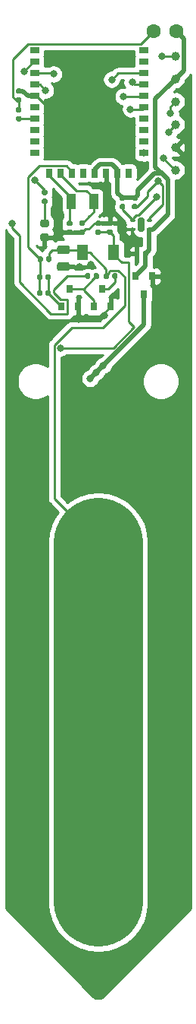
<source format=gbr>
G04 #@! TF.GenerationSoftware,KiCad,Pcbnew,(5.1.6)-1*
G04 #@! TF.CreationDate,2021-05-25T10:57:31+03:00*
G04 #@! TF.ProjectId,parasite,70617261-7369-4746-952e-6b696361645f,1.0.0*
G04 #@! TF.SameCoordinates,Original*
G04 #@! TF.FileFunction,Copper,L1,Top*
G04 #@! TF.FilePolarity,Positive*
%FSLAX46Y46*%
G04 Gerber Fmt 4.6, Leading zero omitted, Abs format (unit mm)*
G04 Created by KiCad (PCBNEW (5.1.6)-1) date 2021-05-25 10:57:31*
%MOMM*%
%LPD*%
G01*
G04 APERTURE LIST*
G04 #@! TA.AperFunction,ComponentPad*
%ADD10C,1.600000*%
G04 #@! TD*
G04 #@! TA.AperFunction,SMDPad,CuDef*
%ADD11R,1.000000X0.650000*%
G04 #@! TD*
G04 #@! TA.AperFunction,SMDPad,CuDef*
%ADD12R,0.650000X1.000000*%
G04 #@! TD*
G04 #@! TA.AperFunction,SMDPad,CuDef*
%ADD13R,1.000000X1.800000*%
G04 #@! TD*
G04 #@! TA.AperFunction,SMDPad,CuDef*
%ADD14R,0.800000X0.900000*%
G04 #@! TD*
G04 #@! TA.AperFunction,SMDPad,CuDef*
%ADD15C,1.000000*%
G04 #@! TD*
G04 #@! TA.AperFunction,SMDPad,CuDef*
%ADD16R,1.300000X1.700000*%
G04 #@! TD*
G04 #@! TA.AperFunction,ViaPad*
%ADD17C,0.800000*%
G04 #@! TD*
G04 #@! TA.AperFunction,Conductor*
%ADD18C,0.250000*%
G04 #@! TD*
G04 #@! TA.AperFunction,Conductor*
%ADD19C,0.500000*%
G04 #@! TD*
G04 #@! TA.AperFunction,Conductor*
%ADD20C,10.000000*%
G04 #@! TD*
G04 #@! TA.AperFunction,Conductor*
%ADD21C,0.254000*%
G04 #@! TD*
G04 APERTURE END LIST*
D10*
X74210000Y-29050000D03*
X76750000Y-29050000D03*
G04 #@! TA.AperFunction,SMDPad,CuDef*
G36*
G01*
X58927500Y-38475000D02*
X59272500Y-38475000D01*
G75*
G02*
X59420000Y-38622500I0J-147500D01*
G01*
X59420000Y-38917500D01*
G75*
G02*
X59272500Y-39065000I-147500J0D01*
G01*
X58927500Y-39065000D01*
G75*
G02*
X58780000Y-38917500I0J147500D01*
G01*
X58780000Y-38622500D01*
G75*
G02*
X58927500Y-38475000I147500J0D01*
G01*
G37*
G04 #@! TD.AperFunction*
G04 #@! TA.AperFunction,SMDPad,CuDef*
G36*
G01*
X58927500Y-37505000D02*
X59272500Y-37505000D01*
G75*
G02*
X59420000Y-37652500I0J-147500D01*
G01*
X59420000Y-37947500D01*
G75*
G02*
X59272500Y-38095000I-147500J0D01*
G01*
X58927500Y-38095000D01*
G75*
G02*
X58780000Y-37947500I0J147500D01*
G01*
X58780000Y-37652500D01*
G75*
G02*
X58927500Y-37505000I147500J0D01*
G01*
G37*
G04 #@! TD.AperFunction*
G04 #@! TA.AperFunction,SMDPad,CuDef*
G36*
G01*
X58927500Y-36375000D02*
X59272500Y-36375000D01*
G75*
G02*
X59420000Y-36522500I0J-147500D01*
G01*
X59420000Y-36817500D01*
G75*
G02*
X59272500Y-36965000I-147500J0D01*
G01*
X58927500Y-36965000D01*
G75*
G02*
X58780000Y-36817500I0J147500D01*
G01*
X58780000Y-36522500D01*
G75*
G02*
X58927500Y-36375000I147500J0D01*
G01*
G37*
G04 #@! TD.AperFunction*
G04 #@! TA.AperFunction,SMDPad,CuDef*
G36*
G01*
X58927500Y-35405000D02*
X59272500Y-35405000D01*
G75*
G02*
X59420000Y-35552500I0J-147500D01*
G01*
X59420000Y-35847500D01*
G75*
G02*
X59272500Y-35995000I-147500J0D01*
G01*
X58927500Y-35995000D01*
G75*
G02*
X58780000Y-35847500I0J147500D01*
G01*
X58780000Y-35552500D01*
G75*
G02*
X58927500Y-35405000I147500J0D01*
G01*
G37*
G04 #@! TD.AperFunction*
G04 #@! TA.AperFunction,SMDPad,CuDef*
G36*
G01*
X73150000Y-49975000D02*
X73150000Y-51225000D01*
G75*
G02*
X72975000Y-51400000I-175000J0D01*
G01*
X72625000Y-51400000D01*
G75*
G02*
X72450000Y-51225000I0J175000D01*
G01*
X72450000Y-49975000D01*
G75*
G02*
X72625000Y-49800000I175000J0D01*
G01*
X72975000Y-49800000D01*
G75*
G02*
X73150000Y-49975000I0J-175000D01*
G01*
G37*
G04 #@! TD.AperFunction*
G04 #@! TA.AperFunction,SMDPad,CuDef*
G36*
G01*
X72150000Y-51012500D02*
X72150000Y-51187500D01*
G75*
G02*
X72062500Y-51275000I-87500J0D01*
G01*
X71687500Y-51275000D01*
G75*
G02*
X71600000Y-51187500I0J87500D01*
G01*
X71600000Y-51012500D01*
G75*
G02*
X71687500Y-50925000I87500J0D01*
G01*
X72062500Y-50925000D01*
G75*
G02*
X72150000Y-51012500I0J-87500D01*
G01*
G37*
G04 #@! TD.AperFunction*
G04 #@! TA.AperFunction,SMDPad,CuDef*
G36*
G01*
X72150000Y-50012500D02*
X72150000Y-50187500D01*
G75*
G02*
X72062500Y-50275000I-87500J0D01*
G01*
X71687500Y-50275000D01*
G75*
G02*
X71600000Y-50187500I0J87500D01*
G01*
X71600000Y-50012500D01*
G75*
G02*
X71687500Y-49925000I87500J0D01*
G01*
X72062500Y-49925000D01*
G75*
G02*
X72150000Y-50012500I0J-87500D01*
G01*
G37*
G04 #@! TD.AperFunction*
G04 #@! TA.AperFunction,SMDPad,CuDef*
G36*
G01*
X74000000Y-50012500D02*
X74000000Y-50187500D01*
G75*
G02*
X73912500Y-50275000I-87500J0D01*
G01*
X73537500Y-50275000D01*
G75*
G02*
X73450000Y-50187500I0J87500D01*
G01*
X73450000Y-50012500D01*
G75*
G02*
X73537500Y-49925000I87500J0D01*
G01*
X73912500Y-49925000D01*
G75*
G02*
X74000000Y-50012500I0J-87500D01*
G01*
G37*
G04 #@! TD.AperFunction*
G04 #@! TA.AperFunction,SMDPad,CuDef*
G36*
G01*
X74000000Y-51012500D02*
X74000000Y-51187500D01*
G75*
G02*
X73912500Y-51275000I-87500J0D01*
G01*
X73537500Y-51275000D01*
G75*
G02*
X73450000Y-51187500I0J87500D01*
G01*
X73450000Y-51012500D01*
G75*
G02*
X73537500Y-50925000I87500J0D01*
G01*
X73912500Y-50925000D01*
G75*
G02*
X74000000Y-51012500I0J-87500D01*
G01*
G37*
G04 #@! TD.AperFunction*
D11*
X60881000Y-42600000D03*
X60881000Y-41330000D03*
X60881000Y-40060000D03*
X60881000Y-38790000D03*
X60881000Y-37520000D03*
X60881000Y-36250000D03*
X60881000Y-34980000D03*
X60881000Y-33710000D03*
X60881000Y-32440000D03*
X60881000Y-31170000D03*
X73119000Y-38790000D03*
X73119000Y-31170000D03*
X73119000Y-37520000D03*
X73119000Y-32440000D03*
X73119000Y-33710000D03*
X73119000Y-34980000D03*
X73119000Y-40060000D03*
X73119000Y-36250000D03*
X73119000Y-41330000D03*
X73119000Y-42600000D03*
D12*
X70150000Y-44819000D03*
X62530000Y-44819000D03*
X68880000Y-44819000D03*
X63800000Y-44819000D03*
X65070000Y-44819000D03*
X66340000Y-44819000D03*
X71420000Y-44819000D03*
X67610000Y-44819000D03*
D13*
X67500000Y-48000000D03*
X65000000Y-48000000D03*
G04 #@! TA.AperFunction,SMDPad,CuDef*
G36*
G01*
X71927500Y-48275000D02*
X72272500Y-48275000D01*
G75*
G02*
X72420000Y-48422500I0J-147500D01*
G01*
X72420000Y-48717500D01*
G75*
G02*
X72272500Y-48865000I-147500J0D01*
G01*
X71927500Y-48865000D01*
G75*
G02*
X71780000Y-48717500I0J147500D01*
G01*
X71780000Y-48422500D01*
G75*
G02*
X71927500Y-48275000I147500J0D01*
G01*
G37*
G04 #@! TD.AperFunction*
G04 #@! TA.AperFunction,SMDPad,CuDef*
G36*
G01*
X71927500Y-47305000D02*
X72272500Y-47305000D01*
G75*
G02*
X72420000Y-47452500I0J-147500D01*
G01*
X72420000Y-47747500D01*
G75*
G02*
X72272500Y-47895000I-147500J0D01*
G01*
X71927500Y-47895000D01*
G75*
G02*
X71780000Y-47747500I0J147500D01*
G01*
X71780000Y-47452500D01*
G75*
G02*
X71927500Y-47305000I147500J0D01*
G01*
G37*
G04 #@! TD.AperFunction*
G04 #@! TA.AperFunction,SMDPad,CuDef*
G36*
G01*
X70872500Y-47895000D02*
X70527500Y-47895000D01*
G75*
G02*
X70380000Y-47747500I0J147500D01*
G01*
X70380000Y-47452500D01*
G75*
G02*
X70527500Y-47305000I147500J0D01*
G01*
X70872500Y-47305000D01*
G75*
G02*
X71020000Y-47452500I0J-147500D01*
G01*
X71020000Y-47747500D01*
G75*
G02*
X70872500Y-47895000I-147500J0D01*
G01*
G37*
G04 #@! TD.AperFunction*
G04 #@! TA.AperFunction,SMDPad,CuDef*
G36*
G01*
X70872500Y-48865000D02*
X70527500Y-48865000D01*
G75*
G02*
X70380000Y-48717500I0J147500D01*
G01*
X70380000Y-48422500D01*
G75*
G02*
X70527500Y-48275000I147500J0D01*
G01*
X70872500Y-48275000D01*
G75*
G02*
X71020000Y-48422500I0J-147500D01*
G01*
X71020000Y-48717500D01*
G75*
G02*
X70872500Y-48865000I-147500J0D01*
G01*
G37*
G04 #@! TD.AperFunction*
G04 #@! TA.AperFunction,SMDPad,CuDef*
G36*
G01*
X69472500Y-50725000D02*
X69127500Y-50725000D01*
G75*
G02*
X68980000Y-50577500I0J147500D01*
G01*
X68980000Y-50282500D01*
G75*
G02*
X69127500Y-50135000I147500J0D01*
G01*
X69472500Y-50135000D01*
G75*
G02*
X69620000Y-50282500I0J-147500D01*
G01*
X69620000Y-50577500D01*
G75*
G02*
X69472500Y-50725000I-147500J0D01*
G01*
G37*
G04 #@! TD.AperFunction*
G04 #@! TA.AperFunction,SMDPad,CuDef*
G36*
G01*
X69472500Y-51695000D02*
X69127500Y-51695000D01*
G75*
G02*
X68980000Y-51547500I0J147500D01*
G01*
X68980000Y-51252500D01*
G75*
G02*
X69127500Y-51105000I147500J0D01*
G01*
X69472500Y-51105000D01*
G75*
G02*
X69620000Y-51252500I0J-147500D01*
G01*
X69620000Y-51547500D01*
G75*
G02*
X69472500Y-51695000I-147500J0D01*
G01*
G37*
G04 #@! TD.AperFunction*
G04 #@! TA.AperFunction,SMDPad,CuDef*
G36*
G01*
X69575000Y-56472500D02*
X69575000Y-56127500D01*
G75*
G02*
X69722500Y-55980000I147500J0D01*
G01*
X70017500Y-55980000D01*
G75*
G02*
X70165000Y-56127500I0J-147500D01*
G01*
X70165000Y-56472500D01*
G75*
G02*
X70017500Y-56620000I-147500J0D01*
G01*
X69722500Y-56620000D01*
G75*
G02*
X69575000Y-56472500I0J147500D01*
G01*
G37*
G04 #@! TD.AperFunction*
G04 #@! TA.AperFunction,SMDPad,CuDef*
G36*
G01*
X68605000Y-56472500D02*
X68605000Y-56127500D01*
G75*
G02*
X68752500Y-55980000I147500J0D01*
G01*
X69047500Y-55980000D01*
G75*
G02*
X69195000Y-56127500I0J-147500D01*
G01*
X69195000Y-56472500D01*
G75*
G02*
X69047500Y-56620000I-147500J0D01*
G01*
X68752500Y-56620000D01*
G75*
G02*
X68605000Y-56472500I0J147500D01*
G01*
G37*
G04 #@! TD.AperFunction*
G04 #@! TA.AperFunction,SMDPad,CuDef*
G36*
G01*
X61725000Y-58027500D02*
X61725000Y-58372500D01*
G75*
G02*
X61577500Y-58520000I-147500J0D01*
G01*
X61282500Y-58520000D01*
G75*
G02*
X61135000Y-58372500I0J147500D01*
G01*
X61135000Y-58027500D01*
G75*
G02*
X61282500Y-57880000I147500J0D01*
G01*
X61577500Y-57880000D01*
G75*
G02*
X61725000Y-58027500I0J-147500D01*
G01*
G37*
G04 #@! TD.AperFunction*
G04 #@! TA.AperFunction,SMDPad,CuDef*
G36*
G01*
X62695000Y-58027500D02*
X62695000Y-58372500D01*
G75*
G02*
X62547500Y-58520000I-147500J0D01*
G01*
X62252500Y-58520000D01*
G75*
G02*
X62105000Y-58372500I0J147500D01*
G01*
X62105000Y-58027500D01*
G75*
G02*
X62252500Y-57880000I147500J0D01*
G01*
X62547500Y-57880000D01*
G75*
G02*
X62695000Y-58027500I0J-147500D01*
G01*
G37*
G04 #@! TD.AperFunction*
G04 #@! TA.AperFunction,SMDPad,CuDef*
G36*
G01*
X67490000Y-56472500D02*
X67490000Y-56127500D01*
G75*
G02*
X67637500Y-55980000I147500J0D01*
G01*
X67932500Y-55980000D01*
G75*
G02*
X68080000Y-56127500I0J-147500D01*
G01*
X68080000Y-56472500D01*
G75*
G02*
X67932500Y-56620000I-147500J0D01*
G01*
X67637500Y-56620000D01*
G75*
G02*
X67490000Y-56472500I0J147500D01*
G01*
G37*
G04 #@! TD.AperFunction*
G04 #@! TA.AperFunction,SMDPad,CuDef*
G36*
G01*
X66520000Y-56472500D02*
X66520000Y-56127500D01*
G75*
G02*
X66667500Y-55980000I147500J0D01*
G01*
X66962500Y-55980000D01*
G75*
G02*
X67110000Y-56127500I0J-147500D01*
G01*
X67110000Y-56472500D01*
G75*
G02*
X66962500Y-56620000I-147500J0D01*
G01*
X66667500Y-56620000D01*
G75*
G02*
X66520000Y-56472500I0J147500D01*
G01*
G37*
G04 #@! TD.AperFunction*
G04 #@! TA.AperFunction,SMDPad,CuDef*
G36*
G01*
X61827500Y-47675000D02*
X62172500Y-47675000D01*
G75*
G02*
X62320000Y-47822500I0J-147500D01*
G01*
X62320000Y-48117500D01*
G75*
G02*
X62172500Y-48265000I-147500J0D01*
G01*
X61827500Y-48265000D01*
G75*
G02*
X61680000Y-48117500I0J147500D01*
G01*
X61680000Y-47822500D01*
G75*
G02*
X61827500Y-47675000I147500J0D01*
G01*
G37*
G04 #@! TD.AperFunction*
G04 #@! TA.AperFunction,SMDPad,CuDef*
G36*
G01*
X61827500Y-46705000D02*
X62172500Y-46705000D01*
G75*
G02*
X62320000Y-46852500I0J-147500D01*
G01*
X62320000Y-47147500D01*
G75*
G02*
X62172500Y-47295000I-147500J0D01*
G01*
X61827500Y-47295000D01*
G75*
G02*
X61680000Y-47147500I0J147500D01*
G01*
X61680000Y-46852500D01*
G75*
G02*
X61827500Y-46705000I147500J0D01*
G01*
G37*
G04 #@! TD.AperFunction*
G04 #@! TA.AperFunction,SMDPad,CuDef*
G36*
G01*
X62190000Y-54572500D02*
X62190000Y-54227500D01*
G75*
G02*
X62337500Y-54080000I147500J0D01*
G01*
X62632500Y-54080000D01*
G75*
G02*
X62780000Y-54227500I0J-147500D01*
G01*
X62780000Y-54572500D01*
G75*
G02*
X62632500Y-54720000I-147500J0D01*
G01*
X62337500Y-54720000D01*
G75*
G02*
X62190000Y-54572500I0J147500D01*
G01*
G37*
G04 #@! TD.AperFunction*
G04 #@! TA.AperFunction,SMDPad,CuDef*
G36*
G01*
X61220000Y-54572500D02*
X61220000Y-54227500D01*
G75*
G02*
X61367500Y-54080000I147500J0D01*
G01*
X61662500Y-54080000D01*
G75*
G02*
X61810000Y-54227500I0J-147500D01*
G01*
X61810000Y-54572500D01*
G75*
G02*
X61662500Y-54720000I-147500J0D01*
G01*
X61367500Y-54720000D01*
G75*
G02*
X61220000Y-54572500I0J147500D01*
G01*
G37*
G04 #@! TD.AperFunction*
D14*
X73100000Y-58300000D03*
X72150000Y-56300000D03*
X74050000Y-56300000D03*
G04 #@! TA.AperFunction,SMDPad,CuDef*
G36*
G01*
X62256250Y-50862500D02*
X61743750Y-50862500D01*
G75*
G02*
X61525000Y-50643750I0J218750D01*
G01*
X61525000Y-50206250D01*
G75*
G02*
X61743750Y-49987500I218750J0D01*
G01*
X62256250Y-49987500D01*
G75*
G02*
X62475000Y-50206250I0J-218750D01*
G01*
X62475000Y-50643750D01*
G75*
G02*
X62256250Y-50862500I-218750J0D01*
G01*
G37*
G04 #@! TD.AperFunction*
G04 #@! TA.AperFunction,SMDPad,CuDef*
G36*
G01*
X62256250Y-52437500D02*
X61743750Y-52437500D01*
G75*
G02*
X61525000Y-52218750I0J218750D01*
G01*
X61525000Y-51781250D01*
G75*
G02*
X61743750Y-51562500I218750J0D01*
G01*
X62256250Y-51562500D01*
G75*
G02*
X62475000Y-51781250I0J-218750D01*
G01*
X62475000Y-52218750D01*
G75*
G02*
X62256250Y-52437500I-218750J0D01*
G01*
G37*
G04 #@! TD.AperFunction*
G04 #@! TA.AperFunction,SMDPad,CuDef*
G36*
G01*
X61725000Y-56227500D02*
X61725000Y-56572500D01*
G75*
G02*
X61577500Y-56720000I-147500J0D01*
G01*
X61282500Y-56720000D01*
G75*
G02*
X61135000Y-56572500I0J147500D01*
G01*
X61135000Y-56227500D01*
G75*
G02*
X61282500Y-56080000I147500J0D01*
G01*
X61577500Y-56080000D01*
G75*
G02*
X61725000Y-56227500I0J-147500D01*
G01*
G37*
G04 #@! TD.AperFunction*
G04 #@! TA.AperFunction,SMDPad,CuDef*
G36*
G01*
X62695000Y-56227500D02*
X62695000Y-56572500D01*
G75*
G02*
X62547500Y-56720000I-147500J0D01*
G01*
X62252500Y-56720000D01*
G75*
G02*
X62105000Y-56572500I0J147500D01*
G01*
X62105000Y-56227500D01*
G75*
G02*
X62252500Y-56080000I147500J0D01*
G01*
X62547500Y-56080000D01*
G75*
G02*
X62695000Y-56227500I0J-147500D01*
G01*
G37*
G04 #@! TD.AperFunction*
G04 #@! TA.AperFunction,SMDPad,CuDef*
G36*
G01*
X66372500Y-50725000D02*
X66027500Y-50725000D01*
G75*
G02*
X65880000Y-50577500I0J147500D01*
G01*
X65880000Y-50282500D01*
G75*
G02*
X66027500Y-50135000I147500J0D01*
G01*
X66372500Y-50135000D01*
G75*
G02*
X66520000Y-50282500I0J-147500D01*
G01*
X66520000Y-50577500D01*
G75*
G02*
X66372500Y-50725000I-147500J0D01*
G01*
G37*
G04 #@! TD.AperFunction*
G04 #@! TA.AperFunction,SMDPad,CuDef*
G36*
G01*
X66372500Y-51695000D02*
X66027500Y-51695000D01*
G75*
G02*
X65880000Y-51547500I0J147500D01*
G01*
X65880000Y-51252500D01*
G75*
G02*
X66027500Y-51105000I147500J0D01*
G01*
X66372500Y-51105000D01*
G75*
G02*
X66520000Y-51252500I0J-147500D01*
G01*
X66520000Y-51547500D01*
G75*
G02*
X66372500Y-51695000I-147500J0D01*
G01*
G37*
G04 #@! TD.AperFunction*
G04 #@! TA.AperFunction,SMDPad,CuDef*
G36*
G01*
X64627500Y-51105000D02*
X64972500Y-51105000D01*
G75*
G02*
X65120000Y-51252500I0J-147500D01*
G01*
X65120000Y-51547500D01*
G75*
G02*
X64972500Y-51695000I-147500J0D01*
G01*
X64627500Y-51695000D01*
G75*
G02*
X64480000Y-51547500I0J147500D01*
G01*
X64480000Y-51252500D01*
G75*
G02*
X64627500Y-51105000I147500J0D01*
G01*
G37*
G04 #@! TD.AperFunction*
G04 #@! TA.AperFunction,SMDPad,CuDef*
G36*
G01*
X64627500Y-50135000D02*
X64972500Y-50135000D01*
G75*
G02*
X65120000Y-50282500I0J-147500D01*
G01*
X65120000Y-50577500D01*
G75*
G02*
X64972500Y-50725000I-147500J0D01*
G01*
X64627500Y-50725000D01*
G75*
G02*
X64480000Y-50577500I0J147500D01*
G01*
X64480000Y-50282500D01*
G75*
G02*
X64627500Y-50135000I147500J0D01*
G01*
G37*
G04 #@! TD.AperFunction*
G04 #@! TA.AperFunction,SMDPad,CuDef*
G36*
G01*
X72625000Y-53627500D02*
X72625000Y-53972500D01*
G75*
G02*
X72477500Y-54120000I-147500J0D01*
G01*
X72182500Y-54120000D01*
G75*
G02*
X72035000Y-53972500I0J147500D01*
G01*
X72035000Y-53627500D01*
G75*
G02*
X72182500Y-53480000I147500J0D01*
G01*
X72477500Y-53480000D01*
G75*
G02*
X72625000Y-53627500I0J-147500D01*
G01*
G37*
G04 #@! TD.AperFunction*
G04 #@! TA.AperFunction,SMDPad,CuDef*
G36*
G01*
X73595000Y-53627500D02*
X73595000Y-53972500D01*
G75*
G02*
X73447500Y-54120000I-147500J0D01*
G01*
X73152500Y-54120000D01*
G75*
G02*
X73005000Y-53972500I0J147500D01*
G01*
X73005000Y-53627500D01*
G75*
G02*
X73152500Y-53480000I147500J0D01*
G01*
X73447500Y-53480000D01*
G75*
G02*
X73595000Y-53627500I0J-147500D01*
G01*
G37*
G04 #@! TD.AperFunction*
G04 #@! TA.AperFunction,SMDPad,CuDef*
G36*
G01*
X68172500Y-50725000D02*
X67827500Y-50725000D01*
G75*
G02*
X67680000Y-50577500I0J147500D01*
G01*
X67680000Y-50282500D01*
G75*
G02*
X67827500Y-50135000I147500J0D01*
G01*
X68172500Y-50135000D01*
G75*
G02*
X68320000Y-50282500I0J-147500D01*
G01*
X68320000Y-50577500D01*
G75*
G02*
X68172500Y-50725000I-147500J0D01*
G01*
G37*
G04 #@! TD.AperFunction*
G04 #@! TA.AperFunction,SMDPad,CuDef*
G36*
G01*
X68172500Y-51695000D02*
X67827500Y-51695000D01*
G75*
G02*
X67680000Y-51547500I0J147500D01*
G01*
X67680000Y-51252500D01*
G75*
G02*
X67827500Y-51105000I147500J0D01*
G01*
X68172500Y-51105000D01*
G75*
G02*
X68320000Y-51252500I0J-147500D01*
G01*
X68320000Y-51547500D01*
G75*
G02*
X68172500Y-51695000I-147500J0D01*
G01*
G37*
G04 #@! TD.AperFunction*
D15*
X76640000Y-34340000D03*
X76640000Y-41960000D03*
X76640000Y-44500000D03*
X76640000Y-39420000D03*
X76640000Y-36880000D03*
D14*
X68450000Y-57700000D03*
X69400000Y-59700000D03*
X67500000Y-59700000D03*
X64800000Y-57700000D03*
X65750000Y-59700000D03*
X63850000Y-59700000D03*
G04 #@! TA.AperFunction,SMDPad,CuDef*
G36*
G01*
X64556250Y-53850000D02*
X63643750Y-53850000D01*
G75*
G02*
X63400000Y-53606250I0J243750D01*
G01*
X63400000Y-53118750D01*
G75*
G02*
X63643750Y-52875000I243750J0D01*
G01*
X64556250Y-52875000D01*
G75*
G02*
X64800000Y-53118750I0J-243750D01*
G01*
X64800000Y-53606250D01*
G75*
G02*
X64556250Y-53850000I-243750J0D01*
G01*
G37*
G04 #@! TD.AperFunction*
G04 #@! TA.AperFunction,SMDPad,CuDef*
G36*
G01*
X64556250Y-55725000D02*
X63643750Y-55725000D01*
G75*
G02*
X63400000Y-55481250I0J243750D01*
G01*
X63400000Y-54993750D01*
G75*
G02*
X63643750Y-54750000I243750J0D01*
G01*
X64556250Y-54750000D01*
G75*
G02*
X64800000Y-54993750I0J-243750D01*
G01*
X64800000Y-55481250D01*
G75*
G02*
X64556250Y-55725000I-243750J0D01*
G01*
G37*
G04 #@! TD.AperFunction*
D16*
X69700000Y-53700000D03*
X66200000Y-53700000D03*
D15*
X76640000Y-31800000D03*
D17*
X68700000Y-60700000D03*
X65800000Y-61100000D03*
X74800000Y-53800000D03*
X74800000Y-54700000D03*
X71300000Y-52400000D03*
X72200000Y-52400000D03*
X63500000Y-51400000D03*
X63500000Y-50500000D03*
X63500000Y-49600000D03*
X67198744Y-55038241D03*
X64100000Y-55237500D03*
X65862500Y-55237500D03*
X63500000Y-38200000D03*
X64700000Y-38200000D03*
X65800000Y-38200000D03*
X67100000Y-38200000D03*
X67100000Y-67700000D03*
X67800000Y-67000000D03*
X68550000Y-66250000D03*
X63000000Y-33800000D03*
X75100000Y-31800000D03*
X63800000Y-64300000D03*
X62100000Y-35600000D03*
X60900000Y-45600000D03*
X58400000Y-50400000D03*
X59699999Y-33500000D03*
X71800000Y-34700000D03*
X76100000Y-38200000D03*
X69500000Y-34400000D03*
X75900000Y-40300000D03*
X69500000Y-34400000D03*
X75300000Y-43200000D03*
X73119000Y-42600000D03*
X74700000Y-45700000D03*
X71600000Y-37700000D03*
X70800000Y-36300000D03*
X74493886Y-47510431D03*
D18*
X67580000Y-50430000D02*
X68000000Y-50430000D01*
X66944168Y-51065832D02*
X67580000Y-50430000D01*
X66534168Y-51065832D02*
X66944168Y-51065832D01*
X66200000Y-51400000D02*
X66534168Y-51065832D01*
X66999485Y-55237500D02*
X67198744Y-55038241D01*
X64100000Y-55237500D02*
X65862500Y-55237500D01*
X65862500Y-55237500D02*
X66999485Y-55237500D01*
X65750000Y-61050000D02*
X65800000Y-61100000D01*
X65750000Y-59700000D02*
X65750000Y-61050000D01*
X68700000Y-60400000D02*
X69400000Y-59700000D01*
X68700000Y-60700000D02*
X68700000Y-60400000D01*
X60881000Y-36250000D02*
X61056000Y-36250000D01*
X64500000Y-38200000D02*
X65800000Y-38200000D01*
X63497000Y-38197000D02*
X63500000Y-38200000D01*
X61056000Y-36250000D02*
X63003000Y-38197000D01*
X63003000Y-38197000D02*
X63497000Y-38197000D01*
D19*
X59100000Y-35700000D02*
X59550000Y-35700000D01*
X59550000Y-35700000D02*
X60100000Y-36250000D01*
X60100000Y-36250000D02*
X60881000Y-36250000D01*
D20*
X68000000Y-86000000D02*
X68000000Y-126000000D01*
D18*
X62485000Y-54400000D02*
X62485000Y-53715000D01*
X62837500Y-53362500D02*
X64100000Y-53362500D01*
X62485000Y-53715000D02*
X62837500Y-53362500D01*
X65862500Y-53362500D02*
X66200000Y-53700000D01*
X64100000Y-53362500D02*
X65862500Y-53362500D01*
X68900000Y-55500000D02*
X68900000Y-55880000D01*
X67100000Y-53700000D02*
X68900000Y-55500000D01*
X68900000Y-55880000D02*
X68900000Y-56300000D01*
X66200000Y-53700000D02*
X67100000Y-53700000D01*
X63074999Y-63951999D02*
X65026998Y-62000000D01*
X63074999Y-81074999D02*
X63074999Y-63951999D01*
X68000000Y-86000000D02*
X63074999Y-81074999D01*
X70213222Y-55654990D02*
X69345010Y-55654990D01*
X70949990Y-56391758D02*
X70213222Y-55654990D01*
X70949990Y-59585012D02*
X70949990Y-56391758D01*
X68535002Y-62000000D02*
X70949990Y-59585012D01*
X65026998Y-62000000D02*
X68535002Y-62000000D01*
X69234168Y-55965832D02*
X68900000Y-56300000D01*
X69234168Y-55765832D02*
X69234168Y-55965832D01*
X69345010Y-55654990D02*
X69234168Y-55765832D01*
X61430000Y-56400000D02*
X61430000Y-58200000D01*
X61515000Y-56315000D02*
X61430000Y-56400000D01*
X61515000Y-54400000D02*
X61515000Y-56315000D01*
X61180832Y-54065832D02*
X61515000Y-54400000D01*
X60174999Y-45251999D02*
X60174999Y-53059999D01*
X60174999Y-53059999D02*
X61180832Y-54065832D01*
X61432999Y-43993999D02*
X60174999Y-45251999D01*
X64419999Y-43993999D02*
X61432999Y-43993999D01*
X65070000Y-44644000D02*
X64419999Y-43993999D01*
X65070000Y-44819000D02*
X65070000Y-44644000D01*
X63850000Y-59650000D02*
X62400000Y-58200000D01*
X63850000Y-59700000D02*
X63850000Y-59650000D01*
X62400000Y-58200000D02*
X62400000Y-56400000D01*
X69870000Y-56720000D02*
X69870000Y-56300000D01*
X69870000Y-56930000D02*
X69870000Y-56720000D01*
X69100000Y-57700000D02*
X69870000Y-56930000D01*
X68450000Y-57700000D02*
X69100000Y-57700000D01*
X67450832Y-56634168D02*
X67785000Y-56300000D01*
X67450832Y-56652400D02*
X67450832Y-56634168D01*
X66403232Y-57700000D02*
X67450832Y-56652400D01*
X64800000Y-57700000D02*
X66403232Y-57700000D01*
X66403232Y-57903232D02*
X66403232Y-57700000D01*
X67500000Y-59000000D02*
X66403232Y-57903232D01*
X67500000Y-59700000D02*
X67500000Y-59000000D01*
D19*
X73100000Y-61700000D02*
X68550000Y-66250000D01*
X73100000Y-58300000D02*
X73100000Y-61700000D01*
X67800000Y-67000000D02*
X67100000Y-67700000D01*
X68550000Y-66250000D02*
X67800000Y-67000000D01*
D18*
X69700000Y-51800000D02*
X69300000Y-51400000D01*
X69700000Y-53700000D02*
X69700000Y-51800000D01*
X68000000Y-51400000D02*
X69300000Y-51400000D01*
X62910000Y-33710000D02*
X63000000Y-33800000D01*
X60881000Y-33710000D02*
X62910000Y-33710000D01*
X75100000Y-31800000D02*
X76640000Y-31800000D01*
X69700000Y-53900000D02*
X69700000Y-53700000D01*
X70600000Y-54800000D02*
X69700000Y-53900000D01*
X71400000Y-54800000D02*
X70600000Y-54800000D01*
X71400000Y-61386814D02*
X71400000Y-54800000D01*
X72000000Y-61986814D02*
X71400000Y-61386814D01*
X69686814Y-64300000D02*
X72000000Y-61986814D01*
X63800000Y-64300000D02*
X69686814Y-64300000D01*
X62000000Y-47970000D02*
X62000000Y-50425000D01*
D19*
X67610000Y-44453998D02*
X67610000Y-44819000D01*
X68194999Y-43868999D02*
X67610000Y-44453998D01*
X69565001Y-43868999D02*
X68194999Y-43868999D01*
X70150000Y-44453998D02*
X69565001Y-43868999D01*
X70150000Y-44819000D02*
X70150000Y-44453998D01*
X70150000Y-47050000D02*
X70700000Y-47600000D01*
X70150000Y-44819000D02*
X70150000Y-47050000D01*
X70700000Y-47600000D02*
X72100000Y-47600000D01*
X73725000Y-53375000D02*
X73300000Y-53800000D01*
X73725000Y-51100000D02*
X73725000Y-53375000D01*
X73300000Y-55150000D02*
X73300000Y-53800000D01*
X72150000Y-56300000D02*
X73300000Y-55150000D01*
X74100000Y-51100000D02*
X73725000Y-51100000D01*
X75793897Y-49406103D02*
X74100000Y-51100000D01*
X75793897Y-45535895D02*
X75793897Y-49406103D01*
X75108001Y-44849999D02*
X75793897Y-45535895D01*
X74291999Y-44849999D02*
X75108001Y-44849999D01*
X72434168Y-46707830D02*
X74291999Y-44849999D01*
X72434168Y-47265832D02*
X72434168Y-46707830D01*
X72100000Y-47600000D02*
X72434168Y-47265832D01*
X76140001Y-34839999D02*
X76640000Y-34340000D01*
X74400000Y-36580000D02*
X76140001Y-34839999D01*
X74400000Y-44141998D02*
X74400000Y-36580000D01*
X75108001Y-44849999D02*
X74400000Y-44141998D01*
X77549999Y-33430001D02*
X76640000Y-34340000D01*
X77549999Y-29849999D02*
X77549999Y-33430001D01*
X76750000Y-29050000D02*
X77549999Y-29849999D01*
D18*
X61480000Y-34980000D02*
X62100000Y-35600000D01*
X60881000Y-34980000D02*
X61480000Y-34980000D01*
X62000000Y-46700000D02*
X60900000Y-45600000D01*
X62000000Y-47000000D02*
X62000000Y-46700000D01*
X60881000Y-32440000D02*
X60759999Y-32440000D01*
X60759999Y-32440000D02*
X59699999Y-33500000D01*
X66420000Y-56300000D02*
X66815000Y-56300000D01*
X63020010Y-58183600D02*
X63020010Y-57831778D01*
X63761409Y-58924999D02*
X63020010Y-58183600D01*
X64551788Y-56300000D02*
X66420000Y-56300000D01*
X59200000Y-51765685D02*
X59200000Y-56958232D01*
X64510001Y-58924999D02*
X63761409Y-58924999D01*
X64510001Y-60475001D02*
X64575001Y-60410001D01*
X59200000Y-56958232D02*
X62716769Y-60475001D01*
X64575001Y-60410001D02*
X64575001Y-58989999D01*
X58400000Y-50965685D02*
X59200000Y-51765685D01*
X62716769Y-60475001D02*
X64510001Y-60475001D01*
X63020010Y-57831778D02*
X64551788Y-56300000D01*
X64575001Y-58989999D02*
X64510001Y-58924999D01*
X58400000Y-50400000D02*
X58400000Y-50965685D01*
X72080000Y-34980000D02*
X71800000Y-34700000D01*
X73119000Y-34980000D02*
X72080000Y-34980000D01*
X76100000Y-37420000D02*
X76640000Y-36880000D01*
X76100000Y-38200000D02*
X76100000Y-37420000D01*
X70190000Y-33710000D02*
X69500000Y-34400000D01*
X73119000Y-33710000D02*
X70190000Y-33710000D01*
X75900000Y-40300000D02*
X75900000Y-40160000D01*
X75900000Y-40160000D02*
X76640000Y-39420000D01*
X76600000Y-44500000D02*
X75300000Y-43200000D01*
X76640000Y-44500000D02*
X76600000Y-44500000D01*
X72330000Y-48570000D02*
X73500000Y-47400000D01*
X72100000Y-48570000D02*
X72330000Y-48570000D01*
X73500000Y-46900000D02*
X74700000Y-45700000D01*
X73500000Y-47400000D02*
X73500000Y-46900000D01*
X72939000Y-37700000D02*
X73119000Y-37520000D01*
X71600000Y-37700000D02*
X72939000Y-37700000D01*
X75099999Y-46099999D02*
X74700000Y-45700000D01*
X75218887Y-46218887D02*
X75099999Y-46099999D01*
X75218887Y-48331113D02*
X75218887Y-46218887D01*
X73725000Y-49825000D02*
X75218887Y-48331113D01*
X73725000Y-50100000D02*
X73725000Y-49825000D01*
X70700000Y-48925000D02*
X71875000Y-50100000D01*
X70700000Y-48570000D02*
X70700000Y-48925000D01*
X73069000Y-36300000D02*
X73119000Y-36250000D01*
X70800000Y-36300000D02*
X73069000Y-36300000D01*
X72529327Y-49474990D02*
X74493886Y-47510431D01*
X72225010Y-49474990D02*
X72529327Y-49474990D01*
X71875000Y-49825000D02*
X72225010Y-49474990D01*
X71875000Y-50100000D02*
X71875000Y-49825000D01*
X62530000Y-45130000D02*
X65000000Y-47600000D01*
X65000000Y-47600000D02*
X65000000Y-48000000D01*
X62530000Y-44819000D02*
X62530000Y-45130000D01*
X64800000Y-48200000D02*
X65000000Y-48000000D01*
X64800000Y-50430000D02*
X64800000Y-48200000D01*
X67500000Y-47600000D02*
X67500000Y-48000000D01*
X65580999Y-46774999D02*
X66674999Y-46774999D01*
X66674999Y-46774999D02*
X67500000Y-47600000D01*
X63800000Y-44994000D02*
X65580999Y-46774999D01*
X63800000Y-44819000D02*
X63800000Y-44994000D01*
X66200000Y-50430000D02*
X67000000Y-49630000D01*
X67500000Y-49150000D02*
X67500000Y-48000000D01*
X67020000Y-49630000D02*
X67500000Y-49150000D01*
X67000000Y-49630000D02*
X67020000Y-49630000D01*
X58454990Y-32186008D02*
X60140998Y-30500000D01*
X58454990Y-36344990D02*
X58454990Y-32186008D01*
X59100000Y-36670000D02*
X58780000Y-36670000D01*
X58780000Y-36670000D02*
X58454990Y-36344990D01*
X72760000Y-30500000D02*
X74210000Y-29050000D01*
X60140998Y-30500000D02*
X72760000Y-30500000D01*
X59100000Y-36670000D02*
X59100000Y-37800000D01*
X60861000Y-38770000D02*
X60881000Y-38790000D01*
X59100000Y-38770000D02*
X60861000Y-38770000D01*
D21*
G36*
X78340001Y-126726618D02*
G01*
X68556139Y-136510479D01*
X68417802Y-136624109D01*
X68288623Y-136693375D01*
X68148451Y-136736230D01*
X68002623Y-136751043D01*
X67856695Y-136737248D01*
X67716222Y-136695371D01*
X67586563Y-136627010D01*
X67448982Y-136515599D01*
X57660000Y-126726620D01*
X57660000Y-51144350D01*
X57694454Y-51257932D01*
X57711059Y-51288997D01*
X57765026Y-51389961D01*
X57836201Y-51476687D01*
X57860000Y-51505686D01*
X57888998Y-51529484D01*
X58440000Y-52080487D01*
X58440001Y-56920900D01*
X58436324Y-56958232D01*
X58440001Y-56995565D01*
X58450998Y-57107218D01*
X58461173Y-57140760D01*
X58494454Y-57250478D01*
X58565026Y-57382508D01*
X58636201Y-57469234D01*
X58660000Y-57498233D01*
X58688998Y-57522031D01*
X62152974Y-60986009D01*
X62176768Y-61015002D01*
X62205761Y-61038796D01*
X62205765Y-61038800D01*
X62276454Y-61096812D01*
X62292493Y-61109975D01*
X62424522Y-61180547D01*
X62567783Y-61224004D01*
X62679436Y-61235001D01*
X62679445Y-61235001D01*
X62716768Y-61238677D01*
X62754091Y-61235001D01*
X64472679Y-61235001D01*
X64510001Y-61238677D01*
X64547323Y-61235001D01*
X64547334Y-61235001D01*
X64658987Y-61224004D01*
X64802248Y-61180547D01*
X64934277Y-61109975D01*
X65050002Y-61015002D01*
X65073805Y-60985998D01*
X65085999Y-60973804D01*
X65115002Y-60950002D01*
X65209975Y-60834277D01*
X65240440Y-60777282D01*
X65350000Y-60788072D01*
X65464250Y-60785000D01*
X65623000Y-60626250D01*
X65623000Y-59827000D01*
X65603000Y-59827000D01*
X65603000Y-59573000D01*
X65623000Y-59573000D01*
X65623000Y-58773750D01*
X65538393Y-58689143D01*
X65554494Y-58680537D01*
X65651185Y-58601185D01*
X65730537Y-58504494D01*
X65754320Y-58460000D01*
X65883662Y-58460000D01*
X65892234Y-58467036D01*
X66040082Y-58614884D01*
X66035750Y-58615000D01*
X65877000Y-58773750D01*
X65877000Y-59573000D01*
X65897000Y-59573000D01*
X65897000Y-59827000D01*
X65877000Y-59827000D01*
X65877000Y-60626250D01*
X66035750Y-60785000D01*
X66150000Y-60788072D01*
X66274482Y-60775812D01*
X66394180Y-60739502D01*
X66504494Y-60680537D01*
X66601185Y-60601185D01*
X66625000Y-60572166D01*
X66648815Y-60601185D01*
X66745506Y-60680537D01*
X66855820Y-60739502D01*
X66975518Y-60775812D01*
X67100000Y-60788072D01*
X67900000Y-60788072D01*
X68024482Y-60775812D01*
X68144180Y-60739502D01*
X68254494Y-60680537D01*
X68351185Y-60601185D01*
X68430537Y-60504494D01*
X68450000Y-60468082D01*
X68469463Y-60504494D01*
X68548815Y-60601185D01*
X68645506Y-60680537D01*
X68732933Y-60727268D01*
X68220201Y-61240000D01*
X65064320Y-61240000D01*
X65026997Y-61236324D01*
X64989674Y-61240000D01*
X64989665Y-61240000D01*
X64878012Y-61250997D01*
X64734751Y-61294454D01*
X64602722Y-61365026D01*
X64602720Y-61365027D01*
X64602721Y-61365027D01*
X64515994Y-61436201D01*
X64515990Y-61436205D01*
X64486997Y-61459999D01*
X64463203Y-61488992D01*
X62563997Y-63388200D01*
X62534999Y-63411998D01*
X62511201Y-63440996D01*
X62511200Y-63440997D01*
X62440025Y-63527723D01*
X62369453Y-63659753D01*
X62367854Y-63665026D01*
X62330249Y-63788998D01*
X62325997Y-63803014D01*
X62311323Y-63951999D01*
X62315000Y-63989332D01*
X62315000Y-66372094D01*
X61987206Y-66153068D01*
X61607918Y-65995962D01*
X61205269Y-65915870D01*
X60794731Y-65915870D01*
X60392082Y-65995962D01*
X60012794Y-66153068D01*
X59671445Y-66381151D01*
X59381151Y-66671445D01*
X59153068Y-67012794D01*
X58995962Y-67392082D01*
X58915870Y-67794731D01*
X58915870Y-68205269D01*
X58995962Y-68607918D01*
X59153068Y-68987206D01*
X59381151Y-69328555D01*
X59671445Y-69618849D01*
X60012794Y-69846932D01*
X60392082Y-70004038D01*
X60794731Y-70084130D01*
X61205269Y-70084130D01*
X61607918Y-70004038D01*
X61987206Y-69846932D01*
X62315000Y-69627906D01*
X62314999Y-81037677D01*
X62311323Y-81074999D01*
X62314999Y-81112321D01*
X62314999Y-81112331D01*
X62325996Y-81223984D01*
X62346628Y-81291999D01*
X62369453Y-81367245D01*
X62440025Y-81499275D01*
X62479870Y-81547825D01*
X62534998Y-81615000D01*
X62564002Y-81638803D01*
X63511703Y-82586504D01*
X63291999Y-82854215D01*
X62768749Y-83833146D01*
X62446534Y-84895348D01*
X62365000Y-85723175D01*
X62365001Y-126276826D01*
X62446535Y-127104653D01*
X62768750Y-128166855D01*
X63292000Y-129145786D01*
X63996175Y-130003826D01*
X64854215Y-130708001D01*
X65833146Y-131231251D01*
X66895348Y-131553466D01*
X68000000Y-131662265D01*
X69104653Y-131553466D01*
X70166855Y-131231251D01*
X71145786Y-130708001D01*
X72003826Y-130003826D01*
X72708001Y-129145786D01*
X73231251Y-128166855D01*
X73553466Y-127104653D01*
X73635000Y-126276826D01*
X73635000Y-85723174D01*
X73553466Y-84895347D01*
X73231251Y-83833145D01*
X72708001Y-82854214D01*
X72003825Y-81996174D01*
X71145785Y-81291999D01*
X70166854Y-80768749D01*
X69104652Y-80446534D01*
X68000000Y-80337735D01*
X66895347Y-80446534D01*
X65833145Y-80768749D01*
X64854214Y-81291999D01*
X64586504Y-81511703D01*
X63834999Y-80760198D01*
X63834999Y-65335000D01*
X63901939Y-65335000D01*
X64101898Y-65295226D01*
X64290256Y-65217205D01*
X64459774Y-65103937D01*
X64503711Y-65060000D01*
X68488422Y-65060000D01*
X68304957Y-65243465D01*
X68248102Y-65254774D01*
X68059744Y-65332795D01*
X67890226Y-65446063D01*
X67746063Y-65590226D01*
X67632795Y-65759744D01*
X67554774Y-65948102D01*
X67545372Y-65995372D01*
X67498102Y-66004774D01*
X67309744Y-66082795D01*
X67140226Y-66196063D01*
X66996063Y-66340226D01*
X66882795Y-66509744D01*
X66804774Y-66698102D01*
X66803667Y-66703667D01*
X66798102Y-66704774D01*
X66609744Y-66782795D01*
X66440226Y-66896063D01*
X66296063Y-67040226D01*
X66182795Y-67209744D01*
X66104774Y-67398102D01*
X66065000Y-67598061D01*
X66065000Y-67801939D01*
X66104774Y-68001898D01*
X66182795Y-68190256D01*
X66296063Y-68359774D01*
X66440226Y-68503937D01*
X66609744Y-68617205D01*
X66798102Y-68695226D01*
X66998061Y-68735000D01*
X67201939Y-68735000D01*
X67401898Y-68695226D01*
X67590256Y-68617205D01*
X67759774Y-68503937D01*
X67903937Y-68359774D01*
X68017205Y-68190256D01*
X68095226Y-68001898D01*
X68096333Y-67996333D01*
X68101898Y-67995226D01*
X68290256Y-67917205D01*
X68459774Y-67803937D01*
X68468980Y-67794731D01*
X72915870Y-67794731D01*
X72915870Y-68205269D01*
X72995962Y-68607918D01*
X73153068Y-68987206D01*
X73381151Y-69328555D01*
X73671445Y-69618849D01*
X74012794Y-69846932D01*
X74392082Y-70004038D01*
X74794731Y-70084130D01*
X75205269Y-70084130D01*
X75607918Y-70004038D01*
X75987206Y-69846932D01*
X76328555Y-69618849D01*
X76618849Y-69328555D01*
X76846932Y-68987206D01*
X77004038Y-68607918D01*
X77084130Y-68205269D01*
X77084130Y-67794731D01*
X77004038Y-67392082D01*
X76846932Y-67012794D01*
X76618849Y-66671445D01*
X76328555Y-66381151D01*
X75987206Y-66153068D01*
X75607918Y-65995962D01*
X75205269Y-65915870D01*
X74794731Y-65915870D01*
X74392082Y-65995962D01*
X74012794Y-66153068D01*
X73671445Y-66381151D01*
X73381151Y-66671445D01*
X73153068Y-67012794D01*
X72995962Y-67392082D01*
X72915870Y-67794731D01*
X68468980Y-67794731D01*
X68603937Y-67659774D01*
X68717205Y-67490256D01*
X68795226Y-67301898D01*
X68804628Y-67254628D01*
X68851898Y-67245226D01*
X69040256Y-67167205D01*
X69209774Y-67053937D01*
X69353937Y-66909774D01*
X69467205Y-66740256D01*
X69545226Y-66551898D01*
X69556535Y-66495043D01*
X73695049Y-62356530D01*
X73728817Y-62328817D01*
X73758830Y-62292247D01*
X73839411Y-62194059D01*
X73863503Y-62148985D01*
X73921589Y-62040313D01*
X73972195Y-61873490D01*
X73985000Y-61743477D01*
X73985000Y-61743469D01*
X73989281Y-61700000D01*
X73985000Y-61656531D01*
X73985000Y-59159981D01*
X74030537Y-59104494D01*
X74089502Y-58994180D01*
X74125812Y-58874482D01*
X74138072Y-58750000D01*
X74138072Y-57850000D01*
X74125812Y-57725518D01*
X74089502Y-57605820D01*
X74030537Y-57495506D01*
X73951185Y-57398815D01*
X73854494Y-57319463D01*
X73838393Y-57310857D01*
X73923000Y-57226250D01*
X73923000Y-56427000D01*
X74177000Y-56427000D01*
X74177000Y-57226250D01*
X74335750Y-57385000D01*
X74450000Y-57388072D01*
X74574482Y-57375812D01*
X74694180Y-57339502D01*
X74804494Y-57280537D01*
X74901185Y-57201185D01*
X74980537Y-57104494D01*
X75039502Y-56994180D01*
X75075812Y-56874482D01*
X75088072Y-56750000D01*
X75085000Y-56585750D01*
X74926250Y-56427000D01*
X74177000Y-56427000D01*
X73923000Y-56427000D01*
X73903000Y-56427000D01*
X73903000Y-56173000D01*
X73923000Y-56173000D01*
X73923000Y-56153000D01*
X74177000Y-56153000D01*
X74177000Y-56173000D01*
X74926250Y-56173000D01*
X75085000Y-56014250D01*
X75088072Y-55850000D01*
X75075812Y-55725518D01*
X75039502Y-55605820D01*
X74980537Y-55495506D01*
X74901185Y-55398815D01*
X74804494Y-55319463D01*
X74694180Y-55260498D01*
X74574482Y-55224188D01*
X74450000Y-55211928D01*
X74335750Y-55215000D01*
X74177002Y-55373748D01*
X74177002Y-55274686D01*
X74185000Y-55193477D01*
X74185000Y-55193469D01*
X74189281Y-55150000D01*
X74185000Y-55106531D01*
X74185000Y-54234469D01*
X74214562Y-54137016D01*
X74320044Y-54031534D01*
X74353817Y-54003817D01*
X74464411Y-53869059D01*
X74546589Y-53715313D01*
X74597195Y-53548490D01*
X74610000Y-53418477D01*
X74610000Y-53418469D01*
X74614281Y-53375000D01*
X74610000Y-53331531D01*
X74610000Y-51826328D01*
X74728817Y-51728817D01*
X74756534Y-51695044D01*
X76388946Y-50062633D01*
X76422714Y-50034920D01*
X76466248Y-49981875D01*
X76515184Y-49922246D01*
X76533308Y-49900162D01*
X76615486Y-49746416D01*
X76666092Y-49579593D01*
X76678897Y-49449580D01*
X76678897Y-49449570D01*
X76683178Y-49406104D01*
X76678897Y-49362638D01*
X76678897Y-45635000D01*
X76751788Y-45635000D01*
X76971067Y-45591383D01*
X77177624Y-45505824D01*
X77363520Y-45381612D01*
X77521612Y-45223520D01*
X77645824Y-45037624D01*
X77731383Y-44831067D01*
X77775000Y-44611788D01*
X77775000Y-44388212D01*
X77731383Y-44168933D01*
X77645824Y-43962376D01*
X77521612Y-43776480D01*
X77363520Y-43618388D01*
X77177624Y-43494176D01*
X76971067Y-43408617D01*
X76751788Y-43365000D01*
X76539802Y-43365000D01*
X76335000Y-43160199D01*
X76335000Y-43098061D01*
X76325969Y-43052658D01*
X76498905Y-43091731D01*
X76722406Y-43097511D01*
X76942740Y-43059577D01*
X77151440Y-42979387D01*
X77203450Y-42951588D01*
X77238561Y-42738166D01*
X76640000Y-42139605D01*
X76625858Y-42153748D01*
X76446253Y-41974143D01*
X76460395Y-41960000D01*
X76819605Y-41960000D01*
X77418166Y-42558561D01*
X77631588Y-42523450D01*
X77722458Y-42319174D01*
X77771731Y-42101095D01*
X77777511Y-41877594D01*
X77739577Y-41657260D01*
X77659387Y-41448560D01*
X77631588Y-41396550D01*
X77418166Y-41361439D01*
X76819605Y-41960000D01*
X76460395Y-41960000D01*
X76446253Y-41945858D01*
X76625858Y-41766253D01*
X76640000Y-41780395D01*
X77238561Y-41181834D01*
X77203450Y-40968412D01*
X76999174Y-40877542D01*
X76790401Y-40830372D01*
X76817205Y-40790256D01*
X76895226Y-40601898D01*
X76910848Y-40523361D01*
X76971067Y-40511383D01*
X77177624Y-40425824D01*
X77363520Y-40301612D01*
X77521612Y-40143520D01*
X77645824Y-39957624D01*
X77731383Y-39751067D01*
X77775000Y-39531788D01*
X77775000Y-39308212D01*
X77731383Y-39088933D01*
X77645824Y-38882376D01*
X77521612Y-38696480D01*
X77363520Y-38538388D01*
X77177624Y-38414176D01*
X77117619Y-38389321D01*
X77135000Y-38301939D01*
X77135000Y-38098061D01*
X77099242Y-37918291D01*
X77177624Y-37885824D01*
X77363520Y-37761612D01*
X77521612Y-37603520D01*
X77645824Y-37417624D01*
X77731383Y-37211067D01*
X77775000Y-36991788D01*
X77775000Y-36768212D01*
X77731383Y-36548933D01*
X77645824Y-36342376D01*
X77521612Y-36156480D01*
X77363520Y-35998388D01*
X77177624Y-35874176D01*
X76971067Y-35788617D01*
X76751788Y-35745000D01*
X76528212Y-35745000D01*
X76476241Y-35755338D01*
X76757769Y-35473810D01*
X76971067Y-35431383D01*
X77177624Y-35345824D01*
X77363520Y-35221612D01*
X77521612Y-35063520D01*
X77645824Y-34877624D01*
X77731383Y-34671067D01*
X77773811Y-34457768D01*
X78145048Y-34086531D01*
X78178816Y-34058818D01*
X78211978Y-34018411D01*
X78289410Y-33924060D01*
X78301234Y-33901939D01*
X78340000Y-33829412D01*
X78340001Y-126726618D01*
G37*
X78340001Y-126726618D02*
X68556139Y-136510479D01*
X68417802Y-136624109D01*
X68288623Y-136693375D01*
X68148451Y-136736230D01*
X68002623Y-136751043D01*
X67856695Y-136737248D01*
X67716222Y-136695371D01*
X67586563Y-136627010D01*
X67448982Y-136515599D01*
X57660000Y-126726620D01*
X57660000Y-51144350D01*
X57694454Y-51257932D01*
X57711059Y-51288997D01*
X57765026Y-51389961D01*
X57836201Y-51476687D01*
X57860000Y-51505686D01*
X57888998Y-51529484D01*
X58440000Y-52080487D01*
X58440001Y-56920900D01*
X58436324Y-56958232D01*
X58440001Y-56995565D01*
X58450998Y-57107218D01*
X58461173Y-57140760D01*
X58494454Y-57250478D01*
X58565026Y-57382508D01*
X58636201Y-57469234D01*
X58660000Y-57498233D01*
X58688998Y-57522031D01*
X62152974Y-60986009D01*
X62176768Y-61015002D01*
X62205761Y-61038796D01*
X62205765Y-61038800D01*
X62276454Y-61096812D01*
X62292493Y-61109975D01*
X62424522Y-61180547D01*
X62567783Y-61224004D01*
X62679436Y-61235001D01*
X62679445Y-61235001D01*
X62716768Y-61238677D01*
X62754091Y-61235001D01*
X64472679Y-61235001D01*
X64510001Y-61238677D01*
X64547323Y-61235001D01*
X64547334Y-61235001D01*
X64658987Y-61224004D01*
X64802248Y-61180547D01*
X64934277Y-61109975D01*
X65050002Y-61015002D01*
X65073805Y-60985998D01*
X65085999Y-60973804D01*
X65115002Y-60950002D01*
X65209975Y-60834277D01*
X65240440Y-60777282D01*
X65350000Y-60788072D01*
X65464250Y-60785000D01*
X65623000Y-60626250D01*
X65623000Y-59827000D01*
X65603000Y-59827000D01*
X65603000Y-59573000D01*
X65623000Y-59573000D01*
X65623000Y-58773750D01*
X65538393Y-58689143D01*
X65554494Y-58680537D01*
X65651185Y-58601185D01*
X65730537Y-58504494D01*
X65754320Y-58460000D01*
X65883662Y-58460000D01*
X65892234Y-58467036D01*
X66040082Y-58614884D01*
X66035750Y-58615000D01*
X65877000Y-58773750D01*
X65877000Y-59573000D01*
X65897000Y-59573000D01*
X65897000Y-59827000D01*
X65877000Y-59827000D01*
X65877000Y-60626250D01*
X66035750Y-60785000D01*
X66150000Y-60788072D01*
X66274482Y-60775812D01*
X66394180Y-60739502D01*
X66504494Y-60680537D01*
X66601185Y-60601185D01*
X66625000Y-60572166D01*
X66648815Y-60601185D01*
X66745506Y-60680537D01*
X66855820Y-60739502D01*
X66975518Y-60775812D01*
X67100000Y-60788072D01*
X67900000Y-60788072D01*
X68024482Y-60775812D01*
X68144180Y-60739502D01*
X68254494Y-60680537D01*
X68351185Y-60601185D01*
X68430537Y-60504494D01*
X68450000Y-60468082D01*
X68469463Y-60504494D01*
X68548815Y-60601185D01*
X68645506Y-60680537D01*
X68732933Y-60727268D01*
X68220201Y-61240000D01*
X65064320Y-61240000D01*
X65026997Y-61236324D01*
X64989674Y-61240000D01*
X64989665Y-61240000D01*
X64878012Y-61250997D01*
X64734751Y-61294454D01*
X64602722Y-61365026D01*
X64602720Y-61365027D01*
X64602721Y-61365027D01*
X64515994Y-61436201D01*
X64515990Y-61436205D01*
X64486997Y-61459999D01*
X64463203Y-61488992D01*
X62563997Y-63388200D01*
X62534999Y-63411998D01*
X62511201Y-63440996D01*
X62511200Y-63440997D01*
X62440025Y-63527723D01*
X62369453Y-63659753D01*
X62367854Y-63665026D01*
X62330249Y-63788998D01*
X62325997Y-63803014D01*
X62311323Y-63951999D01*
X62315000Y-63989332D01*
X62315000Y-66372094D01*
X61987206Y-66153068D01*
X61607918Y-65995962D01*
X61205269Y-65915870D01*
X60794731Y-65915870D01*
X60392082Y-65995962D01*
X60012794Y-66153068D01*
X59671445Y-66381151D01*
X59381151Y-66671445D01*
X59153068Y-67012794D01*
X58995962Y-67392082D01*
X58915870Y-67794731D01*
X58915870Y-68205269D01*
X58995962Y-68607918D01*
X59153068Y-68987206D01*
X59381151Y-69328555D01*
X59671445Y-69618849D01*
X60012794Y-69846932D01*
X60392082Y-70004038D01*
X60794731Y-70084130D01*
X61205269Y-70084130D01*
X61607918Y-70004038D01*
X61987206Y-69846932D01*
X62315000Y-69627906D01*
X62314999Y-81037677D01*
X62311323Y-81074999D01*
X62314999Y-81112321D01*
X62314999Y-81112331D01*
X62325996Y-81223984D01*
X62346628Y-81291999D01*
X62369453Y-81367245D01*
X62440025Y-81499275D01*
X62479870Y-81547825D01*
X62534998Y-81615000D01*
X62564002Y-81638803D01*
X63511703Y-82586504D01*
X63291999Y-82854215D01*
X62768749Y-83833146D01*
X62446534Y-84895348D01*
X62365000Y-85723175D01*
X62365001Y-126276826D01*
X62446535Y-127104653D01*
X62768750Y-128166855D01*
X63292000Y-129145786D01*
X63996175Y-130003826D01*
X64854215Y-130708001D01*
X65833146Y-131231251D01*
X66895348Y-131553466D01*
X68000000Y-131662265D01*
X69104653Y-131553466D01*
X70166855Y-131231251D01*
X71145786Y-130708001D01*
X72003826Y-130003826D01*
X72708001Y-129145786D01*
X73231251Y-128166855D01*
X73553466Y-127104653D01*
X73635000Y-126276826D01*
X73635000Y-85723174D01*
X73553466Y-84895347D01*
X73231251Y-83833145D01*
X72708001Y-82854214D01*
X72003825Y-81996174D01*
X71145785Y-81291999D01*
X70166854Y-80768749D01*
X69104652Y-80446534D01*
X68000000Y-80337735D01*
X66895347Y-80446534D01*
X65833145Y-80768749D01*
X64854214Y-81291999D01*
X64586504Y-81511703D01*
X63834999Y-80760198D01*
X63834999Y-65335000D01*
X63901939Y-65335000D01*
X64101898Y-65295226D01*
X64290256Y-65217205D01*
X64459774Y-65103937D01*
X64503711Y-65060000D01*
X68488422Y-65060000D01*
X68304957Y-65243465D01*
X68248102Y-65254774D01*
X68059744Y-65332795D01*
X67890226Y-65446063D01*
X67746063Y-65590226D01*
X67632795Y-65759744D01*
X67554774Y-65948102D01*
X67545372Y-65995372D01*
X67498102Y-66004774D01*
X67309744Y-66082795D01*
X67140226Y-66196063D01*
X66996063Y-66340226D01*
X66882795Y-66509744D01*
X66804774Y-66698102D01*
X66803667Y-66703667D01*
X66798102Y-66704774D01*
X66609744Y-66782795D01*
X66440226Y-66896063D01*
X66296063Y-67040226D01*
X66182795Y-67209744D01*
X66104774Y-67398102D01*
X66065000Y-67598061D01*
X66065000Y-67801939D01*
X66104774Y-68001898D01*
X66182795Y-68190256D01*
X66296063Y-68359774D01*
X66440226Y-68503937D01*
X66609744Y-68617205D01*
X66798102Y-68695226D01*
X66998061Y-68735000D01*
X67201939Y-68735000D01*
X67401898Y-68695226D01*
X67590256Y-68617205D01*
X67759774Y-68503937D01*
X67903937Y-68359774D01*
X68017205Y-68190256D01*
X68095226Y-68001898D01*
X68096333Y-67996333D01*
X68101898Y-67995226D01*
X68290256Y-67917205D01*
X68459774Y-67803937D01*
X68468980Y-67794731D01*
X72915870Y-67794731D01*
X72915870Y-68205269D01*
X72995962Y-68607918D01*
X73153068Y-68987206D01*
X73381151Y-69328555D01*
X73671445Y-69618849D01*
X74012794Y-69846932D01*
X74392082Y-70004038D01*
X74794731Y-70084130D01*
X75205269Y-70084130D01*
X75607918Y-70004038D01*
X75987206Y-69846932D01*
X76328555Y-69618849D01*
X76618849Y-69328555D01*
X76846932Y-68987206D01*
X77004038Y-68607918D01*
X77084130Y-68205269D01*
X77084130Y-67794731D01*
X77004038Y-67392082D01*
X76846932Y-67012794D01*
X76618849Y-66671445D01*
X76328555Y-66381151D01*
X75987206Y-66153068D01*
X75607918Y-65995962D01*
X75205269Y-65915870D01*
X74794731Y-65915870D01*
X74392082Y-65995962D01*
X74012794Y-66153068D01*
X73671445Y-66381151D01*
X73381151Y-66671445D01*
X73153068Y-67012794D01*
X72995962Y-67392082D01*
X72915870Y-67794731D01*
X68468980Y-67794731D01*
X68603937Y-67659774D01*
X68717205Y-67490256D01*
X68795226Y-67301898D01*
X68804628Y-67254628D01*
X68851898Y-67245226D01*
X69040256Y-67167205D01*
X69209774Y-67053937D01*
X69353937Y-66909774D01*
X69467205Y-66740256D01*
X69545226Y-66551898D01*
X69556535Y-66495043D01*
X73695049Y-62356530D01*
X73728817Y-62328817D01*
X73758830Y-62292247D01*
X73839411Y-62194059D01*
X73863503Y-62148985D01*
X73921589Y-62040313D01*
X73972195Y-61873490D01*
X73985000Y-61743477D01*
X73985000Y-61743469D01*
X73989281Y-61700000D01*
X73985000Y-61656531D01*
X73985000Y-59159981D01*
X74030537Y-59104494D01*
X74089502Y-58994180D01*
X74125812Y-58874482D01*
X74138072Y-58750000D01*
X74138072Y-57850000D01*
X74125812Y-57725518D01*
X74089502Y-57605820D01*
X74030537Y-57495506D01*
X73951185Y-57398815D01*
X73854494Y-57319463D01*
X73838393Y-57310857D01*
X73923000Y-57226250D01*
X73923000Y-56427000D01*
X74177000Y-56427000D01*
X74177000Y-57226250D01*
X74335750Y-57385000D01*
X74450000Y-57388072D01*
X74574482Y-57375812D01*
X74694180Y-57339502D01*
X74804494Y-57280537D01*
X74901185Y-57201185D01*
X74980537Y-57104494D01*
X75039502Y-56994180D01*
X75075812Y-56874482D01*
X75088072Y-56750000D01*
X75085000Y-56585750D01*
X74926250Y-56427000D01*
X74177000Y-56427000D01*
X73923000Y-56427000D01*
X73903000Y-56427000D01*
X73903000Y-56173000D01*
X73923000Y-56173000D01*
X73923000Y-56153000D01*
X74177000Y-56153000D01*
X74177000Y-56173000D01*
X74926250Y-56173000D01*
X75085000Y-56014250D01*
X75088072Y-55850000D01*
X75075812Y-55725518D01*
X75039502Y-55605820D01*
X74980537Y-55495506D01*
X74901185Y-55398815D01*
X74804494Y-55319463D01*
X74694180Y-55260498D01*
X74574482Y-55224188D01*
X74450000Y-55211928D01*
X74335750Y-55215000D01*
X74177002Y-55373748D01*
X74177002Y-55274686D01*
X74185000Y-55193477D01*
X74185000Y-55193469D01*
X74189281Y-55150000D01*
X74185000Y-55106531D01*
X74185000Y-54234469D01*
X74214562Y-54137016D01*
X74320044Y-54031534D01*
X74353817Y-54003817D01*
X74464411Y-53869059D01*
X74546589Y-53715313D01*
X74597195Y-53548490D01*
X74610000Y-53418477D01*
X74610000Y-53418469D01*
X74614281Y-53375000D01*
X74610000Y-53331531D01*
X74610000Y-51826328D01*
X74728817Y-51728817D01*
X74756534Y-51695044D01*
X76388946Y-50062633D01*
X76422714Y-50034920D01*
X76466248Y-49981875D01*
X76515184Y-49922246D01*
X76533308Y-49900162D01*
X76615486Y-49746416D01*
X76666092Y-49579593D01*
X76678897Y-49449580D01*
X76678897Y-49449570D01*
X76683178Y-49406104D01*
X76678897Y-49362638D01*
X76678897Y-45635000D01*
X76751788Y-45635000D01*
X76971067Y-45591383D01*
X77177624Y-45505824D01*
X77363520Y-45381612D01*
X77521612Y-45223520D01*
X77645824Y-45037624D01*
X77731383Y-44831067D01*
X77775000Y-44611788D01*
X77775000Y-44388212D01*
X77731383Y-44168933D01*
X77645824Y-43962376D01*
X77521612Y-43776480D01*
X77363520Y-43618388D01*
X77177624Y-43494176D01*
X76971067Y-43408617D01*
X76751788Y-43365000D01*
X76539802Y-43365000D01*
X76335000Y-43160199D01*
X76335000Y-43098061D01*
X76325969Y-43052658D01*
X76498905Y-43091731D01*
X76722406Y-43097511D01*
X76942740Y-43059577D01*
X77151440Y-42979387D01*
X77203450Y-42951588D01*
X77238561Y-42738166D01*
X76640000Y-42139605D01*
X76625858Y-42153748D01*
X76446253Y-41974143D01*
X76460395Y-41960000D01*
X76819605Y-41960000D01*
X77418166Y-42558561D01*
X77631588Y-42523450D01*
X77722458Y-42319174D01*
X77771731Y-42101095D01*
X77777511Y-41877594D01*
X77739577Y-41657260D01*
X77659387Y-41448560D01*
X77631588Y-41396550D01*
X77418166Y-41361439D01*
X76819605Y-41960000D01*
X76460395Y-41960000D01*
X76446253Y-41945858D01*
X76625858Y-41766253D01*
X76640000Y-41780395D01*
X77238561Y-41181834D01*
X77203450Y-40968412D01*
X76999174Y-40877542D01*
X76790401Y-40830372D01*
X76817205Y-40790256D01*
X76895226Y-40601898D01*
X76910848Y-40523361D01*
X76971067Y-40511383D01*
X77177624Y-40425824D01*
X77363520Y-40301612D01*
X77521612Y-40143520D01*
X77645824Y-39957624D01*
X77731383Y-39751067D01*
X77775000Y-39531788D01*
X77775000Y-39308212D01*
X77731383Y-39088933D01*
X77645824Y-38882376D01*
X77521612Y-38696480D01*
X77363520Y-38538388D01*
X77177624Y-38414176D01*
X77117619Y-38389321D01*
X77135000Y-38301939D01*
X77135000Y-38098061D01*
X77099242Y-37918291D01*
X77177624Y-37885824D01*
X77363520Y-37761612D01*
X77521612Y-37603520D01*
X77645824Y-37417624D01*
X77731383Y-37211067D01*
X77775000Y-36991788D01*
X77775000Y-36768212D01*
X77731383Y-36548933D01*
X77645824Y-36342376D01*
X77521612Y-36156480D01*
X77363520Y-35998388D01*
X77177624Y-35874176D01*
X76971067Y-35788617D01*
X76751788Y-35745000D01*
X76528212Y-35745000D01*
X76476241Y-35755338D01*
X76757769Y-35473810D01*
X76971067Y-35431383D01*
X77177624Y-35345824D01*
X77363520Y-35221612D01*
X77521612Y-35063520D01*
X77645824Y-34877624D01*
X77731383Y-34671067D01*
X77773811Y-34457768D01*
X78145048Y-34086531D01*
X78178816Y-34058818D01*
X78211978Y-34018411D01*
X78289410Y-33924060D01*
X78301234Y-33901939D01*
X78340000Y-33829412D01*
X78340001Y-126726618D01*
G36*
X70189990Y-58748594D02*
G01*
X70154494Y-58719463D01*
X70044180Y-58660498D01*
X69924482Y-58624188D01*
X69800000Y-58611928D01*
X69685750Y-58615000D01*
X69527000Y-58773750D01*
X69527000Y-59573000D01*
X69547000Y-59573000D01*
X69547000Y-59827000D01*
X69527000Y-59827000D01*
X69527000Y-59847000D01*
X69273000Y-59847000D01*
X69273000Y-59827000D01*
X69253000Y-59827000D01*
X69253000Y-59573000D01*
X69273000Y-59573000D01*
X69273000Y-58773750D01*
X69188393Y-58689143D01*
X69204494Y-58680537D01*
X69301185Y-58601185D01*
X69380537Y-58504494D01*
X69439502Y-58394180D01*
X69444532Y-58377599D01*
X69524276Y-58334974D01*
X69640001Y-58240001D01*
X69663803Y-58210998D01*
X70189991Y-57684812D01*
X70189990Y-58748594D01*
G37*
X70189990Y-58748594D02*
X70154494Y-58719463D01*
X70044180Y-58660498D01*
X69924482Y-58624188D01*
X69800000Y-58611928D01*
X69685750Y-58615000D01*
X69527000Y-58773750D01*
X69527000Y-59573000D01*
X69547000Y-59573000D01*
X69547000Y-59827000D01*
X69527000Y-59827000D01*
X69527000Y-59847000D01*
X69273000Y-59847000D01*
X69273000Y-59827000D01*
X69253000Y-59827000D01*
X69253000Y-59573000D01*
X69273000Y-59573000D01*
X69273000Y-58773750D01*
X69188393Y-58689143D01*
X69204494Y-58680537D01*
X69301185Y-58601185D01*
X69380537Y-58504494D01*
X69439502Y-58394180D01*
X69444532Y-58377599D01*
X69524276Y-58334974D01*
X69640001Y-58240001D01*
X69663803Y-58210998D01*
X70189991Y-57684812D01*
X70189990Y-58748594D01*
G36*
X67667126Y-55341928D02*
G01*
X67637500Y-55341928D01*
X67484243Y-55357023D01*
X67336875Y-55401726D01*
X67300000Y-55421436D01*
X67263125Y-55401726D01*
X67115757Y-55357023D01*
X66962500Y-55341928D01*
X66667500Y-55341928D01*
X66514243Y-55357023D01*
X66366875Y-55401726D01*
X66231060Y-55474321D01*
X66151030Y-55540000D01*
X65435255Y-55540000D01*
X65435000Y-55523250D01*
X65276250Y-55364500D01*
X64227000Y-55364500D01*
X64227000Y-55384500D01*
X63973000Y-55384500D01*
X63973000Y-55364500D01*
X63953000Y-55364500D01*
X63953000Y-55110500D01*
X63973000Y-55110500D01*
X63973000Y-55090500D01*
X64227000Y-55090500D01*
X64227000Y-55110500D01*
X65251562Y-55110500D01*
X65305820Y-55139502D01*
X65425518Y-55175812D01*
X65550000Y-55188072D01*
X66850000Y-55188072D01*
X66974482Y-55175812D01*
X67094180Y-55139502D01*
X67204494Y-55080537D01*
X67301185Y-55001185D01*
X67312543Y-54987345D01*
X67667126Y-55341928D01*
G37*
X67667126Y-55341928D02*
X67637500Y-55341928D01*
X67484243Y-55357023D01*
X67336875Y-55401726D01*
X67300000Y-55421436D01*
X67263125Y-55401726D01*
X67115757Y-55357023D01*
X66962500Y-55341928D01*
X66667500Y-55341928D01*
X66514243Y-55357023D01*
X66366875Y-55401726D01*
X66231060Y-55474321D01*
X66151030Y-55540000D01*
X65435255Y-55540000D01*
X65435000Y-55523250D01*
X65276250Y-55364500D01*
X64227000Y-55364500D01*
X64227000Y-55384500D01*
X63973000Y-55384500D01*
X63973000Y-55364500D01*
X63953000Y-55364500D01*
X63953000Y-55110500D01*
X63973000Y-55110500D01*
X63973000Y-55090500D01*
X64227000Y-55090500D01*
X64227000Y-55110500D01*
X65251562Y-55110500D01*
X65305820Y-55139502D01*
X65425518Y-55175812D01*
X65550000Y-55188072D01*
X66850000Y-55188072D01*
X66974482Y-55175812D01*
X67094180Y-55139502D01*
X67204494Y-55080537D01*
X67301185Y-55001185D01*
X67312543Y-54987345D01*
X67667126Y-55341928D01*
G36*
X69027000Y-44946000D02*
G01*
X69007000Y-44946000D01*
X69007000Y-45795250D01*
X69165750Y-45954000D01*
X69205000Y-45957072D01*
X69265001Y-45951163D01*
X69265001Y-47006521D01*
X69260719Y-47050000D01*
X69277805Y-47223490D01*
X69328412Y-47390313D01*
X69410590Y-47544059D01*
X69493468Y-47645046D01*
X69493471Y-47645049D01*
X69521184Y-47678817D01*
X69554952Y-47706530D01*
X69760438Y-47912016D01*
X69801726Y-48048125D01*
X69821436Y-48085000D01*
X69801726Y-48121875D01*
X69757023Y-48269243D01*
X69741928Y-48422500D01*
X69741928Y-48717500D01*
X69757023Y-48870757D01*
X69801726Y-49018125D01*
X69874321Y-49153940D01*
X69972017Y-49272983D01*
X70065120Y-49349391D01*
X70159999Y-49465001D01*
X70189001Y-49488802D01*
X70970038Y-50269840D01*
X70975870Y-50329052D01*
X71017159Y-50465164D01*
X71072334Y-50568389D01*
X71017250Y-50665119D01*
X70977747Y-50783801D01*
X70965000Y-50893250D01*
X71123750Y-51052000D01*
X71748000Y-51052000D01*
X71748000Y-50953000D01*
X71811928Y-50953000D01*
X71811928Y-51225000D01*
X71827551Y-51383622D01*
X71873819Y-51536149D01*
X71948955Y-51676719D01*
X72002000Y-51741354D01*
X72002000Y-51751250D01*
X72047288Y-51796538D01*
X72050071Y-51799929D01*
X72053462Y-51802712D01*
X72160750Y-51910000D01*
X72186959Y-51908356D01*
X72313851Y-51976181D01*
X72466378Y-52022449D01*
X72625000Y-52038072D01*
X72840000Y-52038072D01*
X72840001Y-52881647D01*
X72749482Y-52854188D01*
X72625000Y-52841928D01*
X72615750Y-52845000D01*
X72457000Y-53003750D01*
X72457000Y-53270237D01*
X72426726Y-53326875D01*
X72382023Y-53474243D01*
X72366928Y-53627500D01*
X72366928Y-53972500D01*
X72382023Y-54125757D01*
X72415001Y-54234471D01*
X72415000Y-54783421D01*
X72160000Y-55038421D01*
X72160000Y-54837333D01*
X72163677Y-54800000D01*
X72149003Y-54651014D01*
X72148824Y-54650426D01*
X72203000Y-54596250D01*
X72203000Y-53927000D01*
X71558750Y-53927000D01*
X71444995Y-54040755D01*
X71437333Y-54040000D01*
X71400000Y-54036323D01*
X71362667Y-54040000D01*
X70988072Y-54040000D01*
X70988072Y-53480000D01*
X71396928Y-53480000D01*
X71400000Y-53514250D01*
X71558750Y-53673000D01*
X72203000Y-53673000D01*
X72203000Y-53003750D01*
X72044250Y-52845000D01*
X72035000Y-52841928D01*
X71910518Y-52854188D01*
X71790820Y-52890498D01*
X71680506Y-52949463D01*
X71583815Y-53028815D01*
X71504463Y-53125506D01*
X71445498Y-53235820D01*
X71409188Y-53355518D01*
X71396928Y-53480000D01*
X70988072Y-53480000D01*
X70988072Y-52850000D01*
X70975812Y-52725518D01*
X70939502Y-52605820D01*
X70880537Y-52495506D01*
X70801185Y-52398815D01*
X70704494Y-52319463D01*
X70594180Y-52260498D01*
X70474482Y-52224188D01*
X70460000Y-52222762D01*
X70460000Y-51837322D01*
X70463676Y-51799999D01*
X70460000Y-51762676D01*
X70460000Y-51762667D01*
X70449003Y-51651014D01*
X70405546Y-51507753D01*
X70334974Y-51375724D01*
X70278369Y-51306750D01*
X70965000Y-51306750D01*
X70977747Y-51416199D01*
X71017250Y-51534881D01*
X71079147Y-51643576D01*
X71161061Y-51738108D01*
X71259843Y-51814842D01*
X71371697Y-51870830D01*
X71492324Y-51903921D01*
X71589250Y-51910000D01*
X71748000Y-51751250D01*
X71748000Y-51148000D01*
X71123750Y-51148000D01*
X70965000Y-51306750D01*
X70278369Y-51306750D01*
X70258072Y-51282019D01*
X70258072Y-51252500D01*
X70242977Y-51099243D01*
X70205688Y-50976316D01*
X70209502Y-50969180D01*
X70245812Y-50849482D01*
X70258072Y-50725000D01*
X70255000Y-50715750D01*
X70096250Y-50557000D01*
X69829763Y-50557000D01*
X69773125Y-50526726D01*
X69625757Y-50482023D01*
X69472500Y-50466928D01*
X69127500Y-50466928D01*
X68974243Y-50482023D01*
X68826875Y-50526726D01*
X68770237Y-50557000D01*
X68529763Y-50557000D01*
X68473125Y-50526726D01*
X68325757Y-50482023D01*
X68172500Y-50466928D01*
X67853000Y-50466928D01*
X67853000Y-50303000D01*
X67873000Y-50303000D01*
X67873000Y-50283000D01*
X68127000Y-50283000D01*
X68127000Y-50303000D01*
X69173000Y-50303000D01*
X69173000Y-49658750D01*
X69427000Y-49658750D01*
X69427000Y-50303000D01*
X70096250Y-50303000D01*
X70255000Y-50144250D01*
X70258072Y-50135000D01*
X70245812Y-50010518D01*
X70209502Y-49890820D01*
X70150537Y-49780506D01*
X70071185Y-49683815D01*
X69974494Y-49604463D01*
X69864180Y-49545498D01*
X69744482Y-49509188D01*
X69620000Y-49496928D01*
X69585750Y-49500000D01*
X69427000Y-49658750D01*
X69173000Y-49658750D01*
X69014250Y-49500000D01*
X68980000Y-49496928D01*
X68855518Y-49509188D01*
X68735820Y-49545498D01*
X68650000Y-49591370D01*
X68564180Y-49545498D01*
X68444482Y-49509188D01*
X68320000Y-49496928D01*
X68285750Y-49500000D01*
X68127002Y-49658748D01*
X68127002Y-49583990D01*
X68134974Y-49574276D01*
X68167923Y-49512634D01*
X68244180Y-49489502D01*
X68354494Y-49430537D01*
X68451185Y-49351185D01*
X68530537Y-49254494D01*
X68589502Y-49144180D01*
X68625812Y-49024482D01*
X68638072Y-48900000D01*
X68638072Y-47100000D01*
X68625812Y-46975518D01*
X68589502Y-46855820D01*
X68530537Y-46745506D01*
X68451185Y-46648815D01*
X68354494Y-46569463D01*
X68244180Y-46510498D01*
X68124482Y-46474188D01*
X68000000Y-46461928D01*
X67436729Y-46461928D01*
X67238802Y-46264001D01*
X67215000Y-46234998D01*
X67099275Y-46140025D01*
X66967246Y-46069453D01*
X66823985Y-46025996D01*
X66712332Y-46014999D01*
X66712321Y-46014999D01*
X66674999Y-46011323D01*
X66637677Y-46014999D01*
X65895801Y-46014999D01*
X65797352Y-45916550D01*
X65890518Y-45944812D01*
X66015000Y-45957072D01*
X66665000Y-45957072D01*
X66789482Y-45944812D01*
X66909180Y-45908502D01*
X66975000Y-45873320D01*
X67040820Y-45908502D01*
X67160518Y-45944812D01*
X67285000Y-45957072D01*
X67935000Y-45957072D01*
X68059482Y-45944812D01*
X68179180Y-45908502D01*
X68245000Y-45873320D01*
X68310820Y-45908502D01*
X68430518Y-45944812D01*
X68555000Y-45957072D01*
X68594250Y-45954000D01*
X68753000Y-45795250D01*
X68753000Y-44946000D01*
X68733000Y-44946000D01*
X68733000Y-44753999D01*
X69027000Y-44753999D01*
X69027000Y-44946000D01*
G37*
X69027000Y-44946000D02*
X69007000Y-44946000D01*
X69007000Y-45795250D01*
X69165750Y-45954000D01*
X69205000Y-45957072D01*
X69265001Y-45951163D01*
X69265001Y-47006521D01*
X69260719Y-47050000D01*
X69277805Y-47223490D01*
X69328412Y-47390313D01*
X69410590Y-47544059D01*
X69493468Y-47645046D01*
X69493471Y-47645049D01*
X69521184Y-47678817D01*
X69554952Y-47706530D01*
X69760438Y-47912016D01*
X69801726Y-48048125D01*
X69821436Y-48085000D01*
X69801726Y-48121875D01*
X69757023Y-48269243D01*
X69741928Y-48422500D01*
X69741928Y-48717500D01*
X69757023Y-48870757D01*
X69801726Y-49018125D01*
X69874321Y-49153940D01*
X69972017Y-49272983D01*
X70065120Y-49349391D01*
X70159999Y-49465001D01*
X70189001Y-49488802D01*
X70970038Y-50269840D01*
X70975870Y-50329052D01*
X71017159Y-50465164D01*
X71072334Y-50568389D01*
X71017250Y-50665119D01*
X70977747Y-50783801D01*
X70965000Y-50893250D01*
X71123750Y-51052000D01*
X71748000Y-51052000D01*
X71748000Y-50953000D01*
X71811928Y-50953000D01*
X71811928Y-51225000D01*
X71827551Y-51383622D01*
X71873819Y-51536149D01*
X71948955Y-51676719D01*
X72002000Y-51741354D01*
X72002000Y-51751250D01*
X72047288Y-51796538D01*
X72050071Y-51799929D01*
X72053462Y-51802712D01*
X72160750Y-51910000D01*
X72186959Y-51908356D01*
X72313851Y-51976181D01*
X72466378Y-52022449D01*
X72625000Y-52038072D01*
X72840000Y-52038072D01*
X72840001Y-52881647D01*
X72749482Y-52854188D01*
X72625000Y-52841928D01*
X72615750Y-52845000D01*
X72457000Y-53003750D01*
X72457000Y-53270237D01*
X72426726Y-53326875D01*
X72382023Y-53474243D01*
X72366928Y-53627500D01*
X72366928Y-53972500D01*
X72382023Y-54125757D01*
X72415001Y-54234471D01*
X72415000Y-54783421D01*
X72160000Y-55038421D01*
X72160000Y-54837333D01*
X72163677Y-54800000D01*
X72149003Y-54651014D01*
X72148824Y-54650426D01*
X72203000Y-54596250D01*
X72203000Y-53927000D01*
X71558750Y-53927000D01*
X71444995Y-54040755D01*
X71437333Y-54040000D01*
X71400000Y-54036323D01*
X71362667Y-54040000D01*
X70988072Y-54040000D01*
X70988072Y-53480000D01*
X71396928Y-53480000D01*
X71400000Y-53514250D01*
X71558750Y-53673000D01*
X72203000Y-53673000D01*
X72203000Y-53003750D01*
X72044250Y-52845000D01*
X72035000Y-52841928D01*
X71910518Y-52854188D01*
X71790820Y-52890498D01*
X71680506Y-52949463D01*
X71583815Y-53028815D01*
X71504463Y-53125506D01*
X71445498Y-53235820D01*
X71409188Y-53355518D01*
X71396928Y-53480000D01*
X70988072Y-53480000D01*
X70988072Y-52850000D01*
X70975812Y-52725518D01*
X70939502Y-52605820D01*
X70880537Y-52495506D01*
X70801185Y-52398815D01*
X70704494Y-52319463D01*
X70594180Y-52260498D01*
X70474482Y-52224188D01*
X70460000Y-52222762D01*
X70460000Y-51837322D01*
X70463676Y-51799999D01*
X70460000Y-51762676D01*
X70460000Y-51762667D01*
X70449003Y-51651014D01*
X70405546Y-51507753D01*
X70334974Y-51375724D01*
X70278369Y-51306750D01*
X70965000Y-51306750D01*
X70977747Y-51416199D01*
X71017250Y-51534881D01*
X71079147Y-51643576D01*
X71161061Y-51738108D01*
X71259843Y-51814842D01*
X71371697Y-51870830D01*
X71492324Y-51903921D01*
X71589250Y-51910000D01*
X71748000Y-51751250D01*
X71748000Y-51148000D01*
X71123750Y-51148000D01*
X70965000Y-51306750D01*
X70278369Y-51306750D01*
X70258072Y-51282019D01*
X70258072Y-51252500D01*
X70242977Y-51099243D01*
X70205688Y-50976316D01*
X70209502Y-50969180D01*
X70245812Y-50849482D01*
X70258072Y-50725000D01*
X70255000Y-50715750D01*
X70096250Y-50557000D01*
X69829763Y-50557000D01*
X69773125Y-50526726D01*
X69625757Y-50482023D01*
X69472500Y-50466928D01*
X69127500Y-50466928D01*
X68974243Y-50482023D01*
X68826875Y-50526726D01*
X68770237Y-50557000D01*
X68529763Y-50557000D01*
X68473125Y-50526726D01*
X68325757Y-50482023D01*
X68172500Y-50466928D01*
X67853000Y-50466928D01*
X67853000Y-50303000D01*
X67873000Y-50303000D01*
X67873000Y-50283000D01*
X68127000Y-50283000D01*
X68127000Y-50303000D01*
X69173000Y-50303000D01*
X69173000Y-49658750D01*
X69427000Y-49658750D01*
X69427000Y-50303000D01*
X70096250Y-50303000D01*
X70255000Y-50144250D01*
X70258072Y-50135000D01*
X70245812Y-50010518D01*
X70209502Y-49890820D01*
X70150537Y-49780506D01*
X70071185Y-49683815D01*
X69974494Y-49604463D01*
X69864180Y-49545498D01*
X69744482Y-49509188D01*
X69620000Y-49496928D01*
X69585750Y-49500000D01*
X69427000Y-49658750D01*
X69173000Y-49658750D01*
X69014250Y-49500000D01*
X68980000Y-49496928D01*
X68855518Y-49509188D01*
X68735820Y-49545498D01*
X68650000Y-49591370D01*
X68564180Y-49545498D01*
X68444482Y-49509188D01*
X68320000Y-49496928D01*
X68285750Y-49500000D01*
X68127002Y-49658748D01*
X68127002Y-49583990D01*
X68134974Y-49574276D01*
X68167923Y-49512634D01*
X68244180Y-49489502D01*
X68354494Y-49430537D01*
X68451185Y-49351185D01*
X68530537Y-49254494D01*
X68589502Y-49144180D01*
X68625812Y-49024482D01*
X68638072Y-48900000D01*
X68638072Y-47100000D01*
X68625812Y-46975518D01*
X68589502Y-46855820D01*
X68530537Y-46745506D01*
X68451185Y-46648815D01*
X68354494Y-46569463D01*
X68244180Y-46510498D01*
X68124482Y-46474188D01*
X68000000Y-46461928D01*
X67436729Y-46461928D01*
X67238802Y-46264001D01*
X67215000Y-46234998D01*
X67099275Y-46140025D01*
X66967246Y-46069453D01*
X66823985Y-46025996D01*
X66712332Y-46014999D01*
X66712321Y-46014999D01*
X66674999Y-46011323D01*
X66637677Y-46014999D01*
X65895801Y-46014999D01*
X65797352Y-45916550D01*
X65890518Y-45944812D01*
X66015000Y-45957072D01*
X66665000Y-45957072D01*
X66789482Y-45944812D01*
X66909180Y-45908502D01*
X66975000Y-45873320D01*
X67040820Y-45908502D01*
X67160518Y-45944812D01*
X67285000Y-45957072D01*
X67935000Y-45957072D01*
X68059482Y-45944812D01*
X68179180Y-45908502D01*
X68245000Y-45873320D01*
X68310820Y-45908502D01*
X68430518Y-45944812D01*
X68555000Y-45957072D01*
X68594250Y-45954000D01*
X68753000Y-45795250D01*
X68753000Y-44946000D01*
X68733000Y-44946000D01*
X68733000Y-44753999D01*
X69027000Y-44753999D01*
X69027000Y-44946000D01*
G36*
X63861928Y-47536731D02*
G01*
X63861928Y-48900000D01*
X63874188Y-49024482D01*
X63910498Y-49144180D01*
X63969463Y-49254494D01*
X64040000Y-49340444D01*
X64040000Y-49766029D01*
X63974321Y-49846060D01*
X63901726Y-49981875D01*
X63857023Y-50129243D01*
X63841928Y-50282500D01*
X63841928Y-50577500D01*
X63857023Y-50730757D01*
X63894312Y-50853684D01*
X63890498Y-50860820D01*
X63854188Y-50980518D01*
X63841928Y-51105000D01*
X63845000Y-51114250D01*
X64003750Y-51273000D01*
X64270237Y-51273000D01*
X64326875Y-51303274D01*
X64474243Y-51347977D01*
X64627500Y-51363072D01*
X64972500Y-51363072D01*
X65125757Y-51347977D01*
X65273125Y-51303274D01*
X65329763Y-51273000D01*
X65670237Y-51273000D01*
X65726875Y-51303274D01*
X65874243Y-51347977D01*
X66027500Y-51363072D01*
X66347000Y-51363072D01*
X66347000Y-51527000D01*
X66327000Y-51527000D01*
X66327000Y-51547000D01*
X66073000Y-51547000D01*
X66073000Y-51527000D01*
X64927000Y-51527000D01*
X64927000Y-51547000D01*
X64673000Y-51547000D01*
X64673000Y-51527000D01*
X64003750Y-51527000D01*
X63845000Y-51685750D01*
X63841928Y-51695000D01*
X63854188Y-51819482D01*
X63890498Y-51939180D01*
X63949463Y-52049494D01*
X64028815Y-52146185D01*
X64125506Y-52225537D01*
X64146817Y-52236928D01*
X63643750Y-52236928D01*
X63471715Y-52253872D01*
X63306291Y-52304053D01*
X63153836Y-52385542D01*
X63112704Y-52419299D01*
X63110000Y-52285750D01*
X62951250Y-52127000D01*
X62127000Y-52127000D01*
X62127000Y-52913750D01*
X62169225Y-52955975D01*
X61973998Y-53151201D01*
X61945000Y-53174999D01*
X61921202Y-53203997D01*
X61921201Y-53203998D01*
X61850026Y-53290724D01*
X61779454Y-53422754D01*
X61776996Y-53430858D01*
X61770414Y-53452557D01*
X61662500Y-53441928D01*
X61631730Y-53441928D01*
X61099865Y-52910064D01*
X61170506Y-52968037D01*
X61280820Y-53027002D01*
X61400518Y-53063312D01*
X61525000Y-53075572D01*
X61714250Y-53072500D01*
X61873000Y-52913750D01*
X61873000Y-52127000D01*
X61853000Y-52127000D01*
X61853000Y-51873000D01*
X61873000Y-51873000D01*
X61873000Y-51853000D01*
X62127000Y-51853000D01*
X62127000Y-51873000D01*
X62951250Y-51873000D01*
X63110000Y-51714250D01*
X63113072Y-51562500D01*
X63100812Y-51438018D01*
X63064502Y-51318320D01*
X63005537Y-51208006D01*
X62950900Y-51141430D01*
X62968671Y-51119775D01*
X63047850Y-50971642D01*
X63096608Y-50810908D01*
X63113072Y-50643750D01*
X63113072Y-50206250D01*
X63096608Y-50039092D01*
X63047850Y-49878358D01*
X62968671Y-49730225D01*
X62862115Y-49600385D01*
X62760000Y-49516582D01*
X62760000Y-48633970D01*
X62825679Y-48553940D01*
X62898274Y-48418125D01*
X62942977Y-48270757D01*
X62958072Y-48117500D01*
X62958072Y-47822500D01*
X62942977Y-47669243D01*
X62898274Y-47521875D01*
X62878564Y-47485000D01*
X62898274Y-47448125D01*
X62942977Y-47300757D01*
X62958072Y-47147500D01*
X62958072Y-46852500D01*
X62942977Y-46699243D01*
X62907505Y-46582307D01*
X63861928Y-47536731D01*
G37*
X63861928Y-47536731D02*
X63861928Y-48900000D01*
X63874188Y-49024482D01*
X63910498Y-49144180D01*
X63969463Y-49254494D01*
X64040000Y-49340444D01*
X64040000Y-49766029D01*
X63974321Y-49846060D01*
X63901726Y-49981875D01*
X63857023Y-50129243D01*
X63841928Y-50282500D01*
X63841928Y-50577500D01*
X63857023Y-50730757D01*
X63894312Y-50853684D01*
X63890498Y-50860820D01*
X63854188Y-50980518D01*
X63841928Y-51105000D01*
X63845000Y-51114250D01*
X64003750Y-51273000D01*
X64270237Y-51273000D01*
X64326875Y-51303274D01*
X64474243Y-51347977D01*
X64627500Y-51363072D01*
X64972500Y-51363072D01*
X65125757Y-51347977D01*
X65273125Y-51303274D01*
X65329763Y-51273000D01*
X65670237Y-51273000D01*
X65726875Y-51303274D01*
X65874243Y-51347977D01*
X66027500Y-51363072D01*
X66347000Y-51363072D01*
X66347000Y-51527000D01*
X66327000Y-51527000D01*
X66327000Y-51547000D01*
X66073000Y-51547000D01*
X66073000Y-51527000D01*
X64927000Y-51527000D01*
X64927000Y-51547000D01*
X64673000Y-51547000D01*
X64673000Y-51527000D01*
X64003750Y-51527000D01*
X63845000Y-51685750D01*
X63841928Y-51695000D01*
X63854188Y-51819482D01*
X63890498Y-51939180D01*
X63949463Y-52049494D01*
X64028815Y-52146185D01*
X64125506Y-52225537D01*
X64146817Y-52236928D01*
X63643750Y-52236928D01*
X63471715Y-52253872D01*
X63306291Y-52304053D01*
X63153836Y-52385542D01*
X63112704Y-52419299D01*
X63110000Y-52285750D01*
X62951250Y-52127000D01*
X62127000Y-52127000D01*
X62127000Y-52913750D01*
X62169225Y-52955975D01*
X61973998Y-53151201D01*
X61945000Y-53174999D01*
X61921202Y-53203997D01*
X61921201Y-53203998D01*
X61850026Y-53290724D01*
X61779454Y-53422754D01*
X61776996Y-53430858D01*
X61770414Y-53452557D01*
X61662500Y-53441928D01*
X61631730Y-53441928D01*
X61099865Y-52910064D01*
X61170506Y-52968037D01*
X61280820Y-53027002D01*
X61400518Y-53063312D01*
X61525000Y-53075572D01*
X61714250Y-53072500D01*
X61873000Y-52913750D01*
X61873000Y-52127000D01*
X61853000Y-52127000D01*
X61853000Y-51873000D01*
X61873000Y-51873000D01*
X61873000Y-51853000D01*
X62127000Y-51853000D01*
X62127000Y-51873000D01*
X62951250Y-51873000D01*
X63110000Y-51714250D01*
X63113072Y-51562500D01*
X63100812Y-51438018D01*
X63064502Y-51318320D01*
X63005537Y-51208006D01*
X62950900Y-51141430D01*
X62968671Y-51119775D01*
X63047850Y-50971642D01*
X63096608Y-50810908D01*
X63113072Y-50643750D01*
X63113072Y-50206250D01*
X63096608Y-50039092D01*
X63047850Y-49878358D01*
X62968671Y-49730225D01*
X62862115Y-49600385D01*
X62760000Y-49516582D01*
X62760000Y-48633970D01*
X62825679Y-48553940D01*
X62898274Y-48418125D01*
X62942977Y-48270757D01*
X62958072Y-48117500D01*
X62958072Y-47822500D01*
X62942977Y-47669243D01*
X62898274Y-47521875D01*
X62878564Y-47485000D01*
X62898274Y-47448125D01*
X62942977Y-47300757D01*
X62958072Y-47147500D01*
X62958072Y-46852500D01*
X62942977Y-46699243D01*
X62907505Y-46582307D01*
X63861928Y-47536731D01*
G36*
X71980928Y-31495000D02*
G01*
X71993188Y-31619482D01*
X72029498Y-31739180D01*
X72064680Y-31805000D01*
X72029498Y-31870820D01*
X71993188Y-31990518D01*
X71980928Y-32115000D01*
X71980928Y-32765000D01*
X71993188Y-32889482D01*
X72011546Y-32950000D01*
X70227322Y-32950000D01*
X70189999Y-32946324D01*
X70152676Y-32950000D01*
X70152667Y-32950000D01*
X70041014Y-32960997D01*
X69897753Y-33004454D01*
X69765724Y-33075026D01*
X69649999Y-33169999D01*
X69626201Y-33198998D01*
X69460198Y-33365000D01*
X69398061Y-33365000D01*
X69198102Y-33404774D01*
X69009744Y-33482795D01*
X68840226Y-33596063D01*
X68696063Y-33740226D01*
X68582795Y-33909744D01*
X68504774Y-34098102D01*
X68465000Y-34298061D01*
X68465000Y-34501939D01*
X68504774Y-34701898D01*
X68582795Y-34890256D01*
X68696063Y-35059774D01*
X68840226Y-35203937D01*
X69009744Y-35317205D01*
X69198102Y-35395226D01*
X69398061Y-35435000D01*
X69601939Y-35435000D01*
X69801898Y-35395226D01*
X69990256Y-35317205D01*
X70159774Y-35203937D01*
X70303937Y-35059774D01*
X70417205Y-34890256D01*
X70495226Y-34701898D01*
X70535000Y-34501939D01*
X70535000Y-34470000D01*
X70790473Y-34470000D01*
X70765000Y-34598061D01*
X70765000Y-34801939D01*
X70804774Y-35001898D01*
X70882795Y-35190256D01*
X70937458Y-35272065D01*
X70901939Y-35265000D01*
X70698061Y-35265000D01*
X70498102Y-35304774D01*
X70309744Y-35382795D01*
X70140226Y-35496063D01*
X69996063Y-35640226D01*
X69882795Y-35809744D01*
X69804774Y-35998102D01*
X69765000Y-36198061D01*
X69765000Y-36401939D01*
X69804774Y-36601898D01*
X69882795Y-36790256D01*
X69996063Y-36959774D01*
X70140226Y-37103937D01*
X70309744Y-37217205D01*
X70498102Y-37295226D01*
X70636023Y-37322660D01*
X70604774Y-37398102D01*
X70565000Y-37598061D01*
X70565000Y-37801939D01*
X70604774Y-38001898D01*
X70682795Y-38190256D01*
X70796063Y-38359774D01*
X70940226Y-38503937D01*
X71109744Y-38617205D01*
X71298102Y-38695226D01*
X71498061Y-38735000D01*
X71701939Y-38735000D01*
X71901898Y-38695226D01*
X71980928Y-38662490D01*
X71980928Y-39115000D01*
X71993188Y-39239482D01*
X72029498Y-39359180D01*
X72064680Y-39425000D01*
X72029498Y-39490820D01*
X71993188Y-39610518D01*
X71980928Y-39735000D01*
X71980928Y-40385000D01*
X71993188Y-40509482D01*
X72029498Y-40629180D01*
X72064680Y-40695000D01*
X72029498Y-40760820D01*
X71993188Y-40880518D01*
X71980928Y-41005000D01*
X71980928Y-41655000D01*
X71993188Y-41779482D01*
X72029498Y-41899180D01*
X72064680Y-41965000D01*
X72029498Y-42030820D01*
X71993188Y-42150518D01*
X71980928Y-42275000D01*
X71980928Y-42925000D01*
X71993188Y-43049482D01*
X72029498Y-43169180D01*
X72088463Y-43279494D01*
X72167815Y-43376185D01*
X72264506Y-43455537D01*
X72374820Y-43514502D01*
X72494518Y-43550812D01*
X72619000Y-43563072D01*
X72739476Y-43563072D01*
X72817102Y-43595226D01*
X73017061Y-43635000D01*
X73220939Y-43635000D01*
X73420898Y-43595226D01*
X73498524Y-43563072D01*
X73515000Y-43563072D01*
X73515000Y-44098529D01*
X73510719Y-44141998D01*
X73515000Y-44185467D01*
X73515000Y-44185474D01*
X73519878Y-44235000D01*
X73527805Y-44315488D01*
X73530673Y-44324941D01*
X73538774Y-44351645D01*
X72337664Y-45552755D01*
X72370812Y-45443482D01*
X72383072Y-45319000D01*
X72383072Y-44319000D01*
X72370812Y-44194518D01*
X72334502Y-44074820D01*
X72275537Y-43964506D01*
X72196185Y-43867815D01*
X72099494Y-43788463D01*
X71989180Y-43729498D01*
X71869482Y-43693188D01*
X71745000Y-43680928D01*
X71095000Y-43680928D01*
X70970518Y-43693188D01*
X70850820Y-43729498D01*
X70785000Y-43764680D01*
X70719180Y-43729498D01*
X70658745Y-43711165D01*
X70221535Y-43273955D01*
X70193818Y-43240182D01*
X70059060Y-43129588D01*
X69905314Y-43047410D01*
X69738491Y-42996804D01*
X69608478Y-42983999D01*
X69608470Y-42983999D01*
X69565001Y-42979718D01*
X69521532Y-42983999D01*
X68238468Y-42983999D01*
X68194999Y-42979718D01*
X68151530Y-42983999D01*
X68151522Y-42983999D01*
X68021509Y-42996804D01*
X67854685Y-43047410D01*
X67700940Y-43129588D01*
X67566182Y-43240182D01*
X67538465Y-43273955D01*
X67101255Y-43711165D01*
X67040820Y-43729498D01*
X66975000Y-43764680D01*
X66909180Y-43729498D01*
X66789482Y-43693188D01*
X66665000Y-43680928D01*
X66015000Y-43680928D01*
X65890518Y-43693188D01*
X65770820Y-43729498D01*
X65705000Y-43764680D01*
X65639180Y-43729498D01*
X65519482Y-43693188D01*
X65395000Y-43680928D01*
X65181729Y-43680928D01*
X64983802Y-43483001D01*
X64960000Y-43453998D01*
X64844275Y-43359025D01*
X64712246Y-43288453D01*
X64568985Y-43244996D01*
X64457332Y-43233999D01*
X64457321Y-43233999D01*
X64419999Y-43230323D01*
X64382677Y-43233999D01*
X61935855Y-43233999D01*
X61970502Y-43169180D01*
X62006812Y-43049482D01*
X62019072Y-42925000D01*
X62019072Y-42275000D01*
X62006812Y-42150518D01*
X61970502Y-42030820D01*
X61935320Y-41965000D01*
X61970502Y-41899180D01*
X62006812Y-41779482D01*
X62019072Y-41655000D01*
X62019072Y-41005000D01*
X62006812Y-40880518D01*
X61970502Y-40760820D01*
X61935320Y-40695000D01*
X61970502Y-40629180D01*
X62006812Y-40509482D01*
X62019072Y-40385000D01*
X62019072Y-39735000D01*
X62006812Y-39610518D01*
X61970502Y-39490820D01*
X61935320Y-39425000D01*
X61970502Y-39359180D01*
X62006812Y-39239482D01*
X62019072Y-39115000D01*
X62019072Y-38465000D01*
X62006812Y-38340518D01*
X61970502Y-38220820D01*
X61935320Y-38155000D01*
X61970502Y-38089180D01*
X62006812Y-37969482D01*
X62019072Y-37845000D01*
X62019072Y-37195000D01*
X62006812Y-37070518D01*
X61970502Y-36950820D01*
X61935320Y-36885000D01*
X61970502Y-36819180D01*
X62006812Y-36699482D01*
X62013163Y-36635000D01*
X62201939Y-36635000D01*
X62401898Y-36595226D01*
X62590256Y-36517205D01*
X62759774Y-36403937D01*
X62903937Y-36259774D01*
X63017205Y-36090256D01*
X63095226Y-35901898D01*
X63135000Y-35701939D01*
X63135000Y-35498061D01*
X63095226Y-35298102D01*
X63017205Y-35109744D01*
X62903937Y-34940226D01*
X62774042Y-34810331D01*
X62898061Y-34835000D01*
X63101939Y-34835000D01*
X63301898Y-34795226D01*
X63490256Y-34717205D01*
X63659774Y-34603937D01*
X63803937Y-34459774D01*
X63917205Y-34290256D01*
X63995226Y-34101898D01*
X64035000Y-33901939D01*
X64035000Y-33698061D01*
X63995226Y-33498102D01*
X63917205Y-33309744D01*
X63803937Y-33140226D01*
X63659774Y-32996063D01*
X63490256Y-32882795D01*
X63301898Y-32804774D01*
X63101939Y-32765000D01*
X62898061Y-32765000D01*
X62698102Y-32804774D01*
X62509744Y-32882795D01*
X62409164Y-32950000D01*
X61988454Y-32950000D01*
X62006812Y-32889482D01*
X62019072Y-32765000D01*
X62019072Y-32115000D01*
X62006812Y-31990518D01*
X61970502Y-31870820D01*
X61935320Y-31805000D01*
X61970502Y-31739180D01*
X62006812Y-31619482D01*
X62019072Y-31495000D01*
X62019072Y-31260000D01*
X71980928Y-31260000D01*
X71980928Y-31495000D01*
G37*
X71980928Y-31495000D02*
X71993188Y-31619482D01*
X72029498Y-31739180D01*
X72064680Y-31805000D01*
X72029498Y-31870820D01*
X71993188Y-31990518D01*
X71980928Y-32115000D01*
X71980928Y-32765000D01*
X71993188Y-32889482D01*
X72011546Y-32950000D01*
X70227322Y-32950000D01*
X70189999Y-32946324D01*
X70152676Y-32950000D01*
X70152667Y-32950000D01*
X70041014Y-32960997D01*
X69897753Y-33004454D01*
X69765724Y-33075026D01*
X69649999Y-33169999D01*
X69626201Y-33198998D01*
X69460198Y-33365000D01*
X69398061Y-33365000D01*
X69198102Y-33404774D01*
X69009744Y-33482795D01*
X68840226Y-33596063D01*
X68696063Y-33740226D01*
X68582795Y-33909744D01*
X68504774Y-34098102D01*
X68465000Y-34298061D01*
X68465000Y-34501939D01*
X68504774Y-34701898D01*
X68582795Y-34890256D01*
X68696063Y-35059774D01*
X68840226Y-35203937D01*
X69009744Y-35317205D01*
X69198102Y-35395226D01*
X69398061Y-35435000D01*
X69601939Y-35435000D01*
X69801898Y-35395226D01*
X69990256Y-35317205D01*
X70159774Y-35203937D01*
X70303937Y-35059774D01*
X70417205Y-34890256D01*
X70495226Y-34701898D01*
X70535000Y-34501939D01*
X70535000Y-34470000D01*
X70790473Y-34470000D01*
X70765000Y-34598061D01*
X70765000Y-34801939D01*
X70804774Y-35001898D01*
X70882795Y-35190256D01*
X70937458Y-35272065D01*
X70901939Y-35265000D01*
X70698061Y-35265000D01*
X70498102Y-35304774D01*
X70309744Y-35382795D01*
X70140226Y-35496063D01*
X69996063Y-35640226D01*
X69882795Y-35809744D01*
X69804774Y-35998102D01*
X69765000Y-36198061D01*
X69765000Y-36401939D01*
X69804774Y-36601898D01*
X69882795Y-36790256D01*
X69996063Y-36959774D01*
X70140226Y-37103937D01*
X70309744Y-37217205D01*
X70498102Y-37295226D01*
X70636023Y-37322660D01*
X70604774Y-37398102D01*
X70565000Y-37598061D01*
X70565000Y-37801939D01*
X70604774Y-38001898D01*
X70682795Y-38190256D01*
X70796063Y-38359774D01*
X70940226Y-38503937D01*
X71109744Y-38617205D01*
X71298102Y-38695226D01*
X71498061Y-38735000D01*
X71701939Y-38735000D01*
X71901898Y-38695226D01*
X71980928Y-38662490D01*
X71980928Y-39115000D01*
X71993188Y-39239482D01*
X72029498Y-39359180D01*
X72064680Y-39425000D01*
X72029498Y-39490820D01*
X71993188Y-39610518D01*
X71980928Y-39735000D01*
X71980928Y-40385000D01*
X71993188Y-40509482D01*
X72029498Y-40629180D01*
X72064680Y-40695000D01*
X72029498Y-40760820D01*
X71993188Y-40880518D01*
X71980928Y-41005000D01*
X71980928Y-41655000D01*
X71993188Y-41779482D01*
X72029498Y-41899180D01*
X72064680Y-41965000D01*
X72029498Y-42030820D01*
X71993188Y-42150518D01*
X71980928Y-42275000D01*
X71980928Y-42925000D01*
X71993188Y-43049482D01*
X72029498Y-43169180D01*
X72088463Y-43279494D01*
X72167815Y-43376185D01*
X72264506Y-43455537D01*
X72374820Y-43514502D01*
X72494518Y-43550812D01*
X72619000Y-43563072D01*
X72739476Y-43563072D01*
X72817102Y-43595226D01*
X73017061Y-43635000D01*
X73220939Y-43635000D01*
X73420898Y-43595226D01*
X73498524Y-43563072D01*
X73515000Y-43563072D01*
X73515000Y-44098529D01*
X73510719Y-44141998D01*
X73515000Y-44185467D01*
X73515000Y-44185474D01*
X73519878Y-44235000D01*
X73527805Y-44315488D01*
X73530673Y-44324941D01*
X73538774Y-44351645D01*
X72337664Y-45552755D01*
X72370812Y-45443482D01*
X72383072Y-45319000D01*
X72383072Y-44319000D01*
X72370812Y-44194518D01*
X72334502Y-44074820D01*
X72275537Y-43964506D01*
X72196185Y-43867815D01*
X72099494Y-43788463D01*
X71989180Y-43729498D01*
X71869482Y-43693188D01*
X71745000Y-43680928D01*
X71095000Y-43680928D01*
X70970518Y-43693188D01*
X70850820Y-43729498D01*
X70785000Y-43764680D01*
X70719180Y-43729498D01*
X70658745Y-43711165D01*
X70221535Y-43273955D01*
X70193818Y-43240182D01*
X70059060Y-43129588D01*
X69905314Y-43047410D01*
X69738491Y-42996804D01*
X69608478Y-42983999D01*
X69608470Y-42983999D01*
X69565001Y-42979718D01*
X69521532Y-42983999D01*
X68238468Y-42983999D01*
X68194999Y-42979718D01*
X68151530Y-42983999D01*
X68151522Y-42983999D01*
X68021509Y-42996804D01*
X67854685Y-43047410D01*
X67700940Y-43129588D01*
X67566182Y-43240182D01*
X67538465Y-43273955D01*
X67101255Y-43711165D01*
X67040820Y-43729498D01*
X66975000Y-43764680D01*
X66909180Y-43729498D01*
X66789482Y-43693188D01*
X66665000Y-43680928D01*
X66015000Y-43680928D01*
X65890518Y-43693188D01*
X65770820Y-43729498D01*
X65705000Y-43764680D01*
X65639180Y-43729498D01*
X65519482Y-43693188D01*
X65395000Y-43680928D01*
X65181729Y-43680928D01*
X64983802Y-43483001D01*
X64960000Y-43453998D01*
X64844275Y-43359025D01*
X64712246Y-43288453D01*
X64568985Y-43244996D01*
X64457332Y-43233999D01*
X64457321Y-43233999D01*
X64419999Y-43230323D01*
X64382677Y-43233999D01*
X61935855Y-43233999D01*
X61970502Y-43169180D01*
X62006812Y-43049482D01*
X62019072Y-42925000D01*
X62019072Y-42275000D01*
X62006812Y-42150518D01*
X61970502Y-42030820D01*
X61935320Y-41965000D01*
X61970502Y-41899180D01*
X62006812Y-41779482D01*
X62019072Y-41655000D01*
X62019072Y-41005000D01*
X62006812Y-40880518D01*
X61970502Y-40760820D01*
X61935320Y-40695000D01*
X61970502Y-40629180D01*
X62006812Y-40509482D01*
X62019072Y-40385000D01*
X62019072Y-39735000D01*
X62006812Y-39610518D01*
X61970502Y-39490820D01*
X61935320Y-39425000D01*
X61970502Y-39359180D01*
X62006812Y-39239482D01*
X62019072Y-39115000D01*
X62019072Y-38465000D01*
X62006812Y-38340518D01*
X61970502Y-38220820D01*
X61935320Y-38155000D01*
X61970502Y-38089180D01*
X62006812Y-37969482D01*
X62019072Y-37845000D01*
X62019072Y-37195000D01*
X62006812Y-37070518D01*
X61970502Y-36950820D01*
X61935320Y-36885000D01*
X61970502Y-36819180D01*
X62006812Y-36699482D01*
X62013163Y-36635000D01*
X62201939Y-36635000D01*
X62401898Y-36595226D01*
X62590256Y-36517205D01*
X62759774Y-36403937D01*
X62903937Y-36259774D01*
X63017205Y-36090256D01*
X63095226Y-35901898D01*
X63135000Y-35701939D01*
X63135000Y-35498061D01*
X63095226Y-35298102D01*
X63017205Y-35109744D01*
X62903937Y-34940226D01*
X62774042Y-34810331D01*
X62898061Y-34835000D01*
X63101939Y-34835000D01*
X63301898Y-34795226D01*
X63490256Y-34717205D01*
X63659774Y-34603937D01*
X63803937Y-34459774D01*
X63917205Y-34290256D01*
X63995226Y-34101898D01*
X64035000Y-33901939D01*
X64035000Y-33698061D01*
X63995226Y-33498102D01*
X63917205Y-33309744D01*
X63803937Y-33140226D01*
X63659774Y-32996063D01*
X63490256Y-32882795D01*
X63301898Y-32804774D01*
X63101939Y-32765000D01*
X62898061Y-32765000D01*
X62698102Y-32804774D01*
X62509744Y-32882795D01*
X62409164Y-32950000D01*
X61988454Y-32950000D01*
X62006812Y-32889482D01*
X62019072Y-32765000D01*
X62019072Y-32115000D01*
X62006812Y-31990518D01*
X61970502Y-31870820D01*
X61935320Y-31805000D01*
X61970502Y-31739180D01*
X62006812Y-31619482D01*
X62019072Y-31495000D01*
X62019072Y-31260000D01*
X71980928Y-31260000D01*
X71980928Y-31495000D01*
G36*
X61008000Y-36123000D02*
G01*
X61028000Y-36123000D01*
X61028000Y-36377000D01*
X61008000Y-36377000D01*
X61008000Y-36397000D01*
X60754000Y-36397000D01*
X60754000Y-36377000D01*
X60734000Y-36377000D01*
X60734000Y-36123000D01*
X60754000Y-36123000D01*
X60754000Y-36103000D01*
X61008000Y-36103000D01*
X61008000Y-36123000D01*
G37*
X61008000Y-36123000D02*
X61028000Y-36123000D01*
X61028000Y-36377000D01*
X61008000Y-36377000D01*
X61008000Y-36397000D01*
X60754000Y-36397000D01*
X60754000Y-36377000D01*
X60734000Y-36377000D01*
X60734000Y-36123000D01*
X60754000Y-36123000D01*
X60754000Y-36103000D01*
X61008000Y-36103000D01*
X61008000Y-36123000D01*
G36*
X59227000Y-35573000D02*
G01*
X59247000Y-35573000D01*
X59247000Y-35736928D01*
X59214990Y-35736928D01*
X59214990Y-35553000D01*
X59227000Y-35553000D01*
X59227000Y-35573000D01*
G37*
X59227000Y-35573000D02*
X59247000Y-35573000D01*
X59247000Y-35736928D01*
X59214990Y-35736928D01*
X59214990Y-35553000D01*
X59227000Y-35553000D01*
X59227000Y-35573000D01*
M02*

</source>
